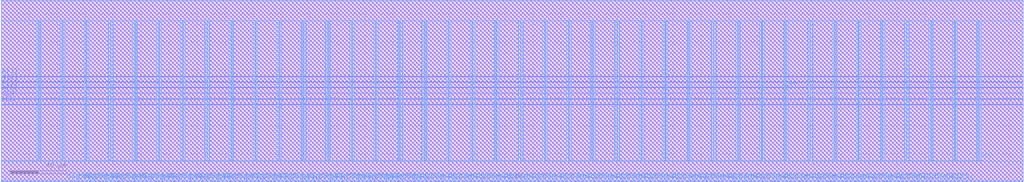
<source format=lef>
##
## LEF for PtnCells ;
## created by Innovus v15.23-s045_1 on Sat Mar 22 07:34:55 2025
##

VERSION 5.8 ;

BUSBITCHARS "[]" ;
DIVIDERCHAR "/" ;

MACRO sram_w16_out
  CLASS BLOCK ;
  SIZE 730.0000 BY 130.0000 ;
  FOREIGN sram_w16_out 0.0000 0.0000 ;
  ORIGIN 0 0 ;
  SYMMETRY X Y R90 ;
  PIN clk
    DIRECTION INPUT ;
    USE SIGNAL ;
    PORT
      LAYER M2 ;
        RECT 363.0500 0.0000 363.1500 0.5200 ;
    END
  END clk
  PIN D[159]
    DIRECTION INPUT ;
    USE SIGNAL ;
    PORT
      LAYER M4 ;
        RECT 46.8500 0.0000 46.9500 0.5200 ;
    END
  END D[159]
  PIN D[158]
    DIRECTION INPUT ;
    USE SIGNAL ;
    PORT
      LAYER M4 ;
        RECT 50.8500 0.0000 50.9500 0.5200 ;
    END
  END D[158]
  PIN D[157]
    DIRECTION INPUT ;
    USE SIGNAL ;
    PORT
      LAYER M4 ;
        RECT 54.8500 0.0000 54.9500 0.5200 ;
    END
  END D[157]
  PIN D[156]
    DIRECTION INPUT ;
    USE SIGNAL ;
    PORT
      LAYER M4 ;
        RECT 58.8500 0.0000 58.9500 0.5200 ;
    END
  END D[156]
  PIN D[155]
    DIRECTION INPUT ;
    USE SIGNAL ;
    PORT
      LAYER M4 ;
        RECT 62.8500 0.0000 62.9500 0.5200 ;
    END
  END D[155]
  PIN D[154]
    DIRECTION INPUT ;
    USE SIGNAL ;
    PORT
      LAYER M4 ;
        RECT 66.8500 0.0000 66.9500 0.5200 ;
    END
  END D[154]
  PIN D[153]
    DIRECTION INPUT ;
    USE SIGNAL ;
    PORT
      LAYER M4 ;
        RECT 70.8500 0.0000 70.9500 0.5200 ;
    END
  END D[153]
  PIN D[152]
    DIRECTION INPUT ;
    USE SIGNAL ;
    PORT
      LAYER M4 ;
        RECT 74.8500 0.0000 74.9500 0.5200 ;
    END
  END D[152]
  PIN D[151]
    DIRECTION INPUT ;
    USE SIGNAL ;
    PORT
      LAYER M4 ;
        RECT 78.8500 0.0000 78.9500 0.5200 ;
    END
  END D[151]
  PIN D[150]
    DIRECTION INPUT ;
    USE SIGNAL ;
    PORT
      LAYER M4 ;
        RECT 82.8500 0.0000 82.9500 0.5200 ;
    END
  END D[150]
  PIN D[149]
    DIRECTION INPUT ;
    USE SIGNAL ;
    PORT
      LAYER M4 ;
        RECT 86.8500 0.0000 86.9500 0.5200 ;
    END
  END D[149]
  PIN D[148]
    DIRECTION INPUT ;
    USE SIGNAL ;
    PORT
      LAYER M4 ;
        RECT 90.8500 0.0000 90.9500 0.5200 ;
    END
  END D[148]
  PIN D[147]
    DIRECTION INPUT ;
    USE SIGNAL ;
    PORT
      LAYER M4 ;
        RECT 94.8500 0.0000 94.9500 0.5200 ;
    END
  END D[147]
  PIN D[146]
    DIRECTION INPUT ;
    USE SIGNAL ;
    PORT
      LAYER M4 ;
        RECT 98.8500 0.0000 98.9500 0.5200 ;
    END
  END D[146]
  PIN D[145]
    DIRECTION INPUT ;
    USE SIGNAL ;
    PORT
      LAYER M4 ;
        RECT 102.8500 0.0000 102.9500 0.5200 ;
    END
  END D[145]
  PIN D[144]
    DIRECTION INPUT ;
    USE SIGNAL ;
    PORT
      LAYER M4 ;
        RECT 106.8500 0.0000 106.9500 0.5200 ;
    END
  END D[144]
  PIN D[143]
    DIRECTION INPUT ;
    USE SIGNAL ;
    PORT
      LAYER M4 ;
        RECT 110.8500 0.0000 110.9500 0.5200 ;
    END
  END D[143]
  PIN D[142]
    DIRECTION INPUT ;
    USE SIGNAL ;
    PORT
      LAYER M4 ;
        RECT 114.8500 0.0000 114.9500 0.5200 ;
    END
  END D[142]
  PIN D[141]
    DIRECTION INPUT ;
    USE SIGNAL ;
    PORT
      LAYER M4 ;
        RECT 118.8500 0.0000 118.9500 0.5200 ;
    END
  END D[141]
  PIN D[140]
    DIRECTION INPUT ;
    USE SIGNAL ;
    PORT
      LAYER M4 ;
        RECT 122.8500 0.0000 122.9500 0.5200 ;
    END
  END D[140]
  PIN D[139]
    DIRECTION INPUT ;
    USE SIGNAL ;
    PORT
      LAYER M4 ;
        RECT 126.8500 0.0000 126.9500 0.5200 ;
    END
  END D[139]
  PIN D[138]
    DIRECTION INPUT ;
    USE SIGNAL ;
    PORT
      LAYER M4 ;
        RECT 130.8500 0.0000 130.9500 0.5200 ;
    END
  END D[138]
  PIN D[137]
    DIRECTION INPUT ;
    USE SIGNAL ;
    PORT
      LAYER M4 ;
        RECT 134.8500 0.0000 134.9500 0.5200 ;
    END
  END D[137]
  PIN D[136]
    DIRECTION INPUT ;
    USE SIGNAL ;
    PORT
      LAYER M4 ;
        RECT 138.8500 0.0000 138.9500 0.5200 ;
    END
  END D[136]
  PIN D[135]
    DIRECTION INPUT ;
    USE SIGNAL ;
    PORT
      LAYER M4 ;
        RECT 142.8500 0.0000 142.9500 0.5200 ;
    END
  END D[135]
  PIN D[134]
    DIRECTION INPUT ;
    USE SIGNAL ;
    PORT
      LAYER M4 ;
        RECT 146.8500 0.0000 146.9500 0.5200 ;
    END
  END D[134]
  PIN D[133]
    DIRECTION INPUT ;
    USE SIGNAL ;
    PORT
      LAYER M4 ;
        RECT 150.8500 0.0000 150.9500 0.5200 ;
    END
  END D[133]
  PIN D[132]
    DIRECTION INPUT ;
    USE SIGNAL ;
    PORT
      LAYER M4 ;
        RECT 154.8500 0.0000 154.9500 0.5200 ;
    END
  END D[132]
  PIN D[131]
    DIRECTION INPUT ;
    USE SIGNAL ;
    PORT
      LAYER M4 ;
        RECT 158.8500 0.0000 158.9500 0.5200 ;
    END
  END D[131]
  PIN D[130]
    DIRECTION INPUT ;
    USE SIGNAL ;
    PORT
      LAYER M4 ;
        RECT 162.8500 0.0000 162.9500 0.5200 ;
    END
  END D[130]
  PIN D[129]
    DIRECTION INPUT ;
    USE SIGNAL ;
    PORT
      LAYER M4 ;
        RECT 166.8500 0.0000 166.9500 0.5200 ;
    END
  END D[129]
  PIN D[128]
    DIRECTION INPUT ;
    USE SIGNAL ;
    PORT
      LAYER M4 ;
        RECT 170.8500 0.0000 170.9500 0.5200 ;
    END
  END D[128]
  PIN D[127]
    DIRECTION INPUT ;
    USE SIGNAL ;
    PORT
      LAYER M4 ;
        RECT 174.8500 0.0000 174.9500 0.5200 ;
    END
  END D[127]
  PIN D[126]
    DIRECTION INPUT ;
    USE SIGNAL ;
    PORT
      LAYER M4 ;
        RECT 178.8500 0.0000 178.9500 0.5200 ;
    END
  END D[126]
  PIN D[125]
    DIRECTION INPUT ;
    USE SIGNAL ;
    PORT
      LAYER M4 ;
        RECT 182.8500 0.0000 182.9500 0.5200 ;
    END
  END D[125]
  PIN D[124]
    DIRECTION INPUT ;
    USE SIGNAL ;
    PORT
      LAYER M4 ;
        RECT 186.8500 0.0000 186.9500 0.5200 ;
    END
  END D[124]
  PIN D[123]
    DIRECTION INPUT ;
    USE SIGNAL ;
    PORT
      LAYER M4 ;
        RECT 190.8500 0.0000 190.9500 0.5200 ;
    END
  END D[123]
  PIN D[122]
    DIRECTION INPUT ;
    USE SIGNAL ;
    PORT
      LAYER M4 ;
        RECT 194.8500 0.0000 194.9500 0.5200 ;
    END
  END D[122]
  PIN D[121]
    DIRECTION INPUT ;
    USE SIGNAL ;
    PORT
      LAYER M4 ;
        RECT 198.8500 0.0000 198.9500 0.5200 ;
    END
  END D[121]
  PIN D[120]
    DIRECTION INPUT ;
    USE SIGNAL ;
    PORT
      LAYER M4 ;
        RECT 202.8500 0.0000 202.9500 0.5200 ;
    END
  END D[120]
  PIN D[119]
    DIRECTION INPUT ;
    USE SIGNAL ;
    PORT
      LAYER M4 ;
        RECT 206.8500 0.0000 206.9500 0.5200 ;
    END
  END D[119]
  PIN D[118]
    DIRECTION INPUT ;
    USE SIGNAL ;
    PORT
      LAYER M4 ;
        RECT 210.8500 0.0000 210.9500 0.5200 ;
    END
  END D[118]
  PIN D[117]
    DIRECTION INPUT ;
    USE SIGNAL ;
    PORT
      LAYER M4 ;
        RECT 214.8500 0.0000 214.9500 0.5200 ;
    END
  END D[117]
  PIN D[116]
    DIRECTION INPUT ;
    USE SIGNAL ;
    PORT
      LAYER M4 ;
        RECT 218.8500 0.0000 218.9500 0.5200 ;
    END
  END D[116]
  PIN D[115]
    DIRECTION INPUT ;
    USE SIGNAL ;
    PORT
      LAYER M4 ;
        RECT 222.8500 0.0000 222.9500 0.5200 ;
    END
  END D[115]
  PIN D[114]
    DIRECTION INPUT ;
    USE SIGNAL ;
    PORT
      LAYER M4 ;
        RECT 226.8500 0.0000 226.9500 0.5200 ;
    END
  END D[114]
  PIN D[113]
    DIRECTION INPUT ;
    USE SIGNAL ;
    PORT
      LAYER M4 ;
        RECT 230.8500 0.0000 230.9500 0.5200 ;
    END
  END D[113]
  PIN D[112]
    DIRECTION INPUT ;
    USE SIGNAL ;
    PORT
      LAYER M4 ;
        RECT 234.8500 0.0000 234.9500 0.5200 ;
    END
  END D[112]
  PIN D[111]
    DIRECTION INPUT ;
    USE SIGNAL ;
    PORT
      LAYER M4 ;
        RECT 238.8500 0.0000 238.9500 0.5200 ;
    END
  END D[111]
  PIN D[110]
    DIRECTION INPUT ;
    USE SIGNAL ;
    PORT
      LAYER M4 ;
        RECT 242.8500 0.0000 242.9500 0.5200 ;
    END
  END D[110]
  PIN D[109]
    DIRECTION INPUT ;
    USE SIGNAL ;
    PORT
      LAYER M4 ;
        RECT 246.8500 0.0000 246.9500 0.5200 ;
    END
  END D[109]
  PIN D[108]
    DIRECTION INPUT ;
    USE SIGNAL ;
    PORT
      LAYER M4 ;
        RECT 250.8500 0.0000 250.9500 0.5200 ;
    END
  END D[108]
  PIN D[107]
    DIRECTION INPUT ;
    USE SIGNAL ;
    PORT
      LAYER M4 ;
        RECT 254.8500 0.0000 254.9500 0.5200 ;
    END
  END D[107]
  PIN D[106]
    DIRECTION INPUT ;
    USE SIGNAL ;
    PORT
      LAYER M4 ;
        RECT 258.8500 0.0000 258.9500 0.5200 ;
    END
  END D[106]
  PIN D[105]
    DIRECTION INPUT ;
    USE SIGNAL ;
    PORT
      LAYER M4 ;
        RECT 262.8500 0.0000 262.9500 0.5200 ;
    END
  END D[105]
  PIN D[104]
    DIRECTION INPUT ;
    USE SIGNAL ;
    PORT
      LAYER M4 ;
        RECT 266.8500 0.0000 266.9500 0.5200 ;
    END
  END D[104]
  PIN D[103]
    DIRECTION INPUT ;
    USE SIGNAL ;
    PORT
      LAYER M4 ;
        RECT 270.8500 0.0000 270.9500 0.5200 ;
    END
  END D[103]
  PIN D[102]
    DIRECTION INPUT ;
    USE SIGNAL ;
    PORT
      LAYER M4 ;
        RECT 274.8500 0.0000 274.9500 0.5200 ;
    END
  END D[102]
  PIN D[101]
    DIRECTION INPUT ;
    USE SIGNAL ;
    PORT
      LAYER M4 ;
        RECT 278.8500 0.0000 278.9500 0.5200 ;
    END
  END D[101]
  PIN D[100]
    DIRECTION INPUT ;
    USE SIGNAL ;
    PORT
      LAYER M4 ;
        RECT 282.8500 0.0000 282.9500 0.5200 ;
    END
  END D[100]
  PIN D[99]
    DIRECTION INPUT ;
    USE SIGNAL ;
    PORT
      LAYER M4 ;
        RECT 286.8500 0.0000 286.9500 0.5200 ;
    END
  END D[99]
  PIN D[98]
    DIRECTION INPUT ;
    USE SIGNAL ;
    PORT
      LAYER M4 ;
        RECT 290.8500 0.0000 290.9500 0.5200 ;
    END
  END D[98]
  PIN D[97]
    DIRECTION INPUT ;
    USE SIGNAL ;
    PORT
      LAYER M4 ;
        RECT 294.8500 0.0000 294.9500 0.5200 ;
    END
  END D[97]
  PIN D[96]
    DIRECTION INPUT ;
    USE SIGNAL ;
    PORT
      LAYER M4 ;
        RECT 298.8500 0.0000 298.9500 0.5200 ;
    END
  END D[96]
  PIN D[95]
    DIRECTION INPUT ;
    USE SIGNAL ;
    PORT
      LAYER M4 ;
        RECT 302.8500 0.0000 302.9500 0.5200 ;
    END
  END D[95]
  PIN D[94]
    DIRECTION INPUT ;
    USE SIGNAL ;
    PORT
      LAYER M4 ;
        RECT 306.8500 0.0000 306.9500 0.5200 ;
    END
  END D[94]
  PIN D[93]
    DIRECTION INPUT ;
    USE SIGNAL ;
    PORT
      LAYER M4 ;
        RECT 310.8500 0.0000 310.9500 0.5200 ;
    END
  END D[93]
  PIN D[92]
    DIRECTION INPUT ;
    USE SIGNAL ;
    PORT
      LAYER M4 ;
        RECT 314.8500 0.0000 314.9500 0.5200 ;
    END
  END D[92]
  PIN D[91]
    DIRECTION INPUT ;
    USE SIGNAL ;
    PORT
      LAYER M4 ;
        RECT 318.8500 0.0000 318.9500 0.5200 ;
    END
  END D[91]
  PIN D[90]
    DIRECTION INPUT ;
    USE SIGNAL ;
    PORT
      LAYER M4 ;
        RECT 322.8500 0.0000 322.9500 0.5200 ;
    END
  END D[90]
  PIN D[89]
    DIRECTION INPUT ;
    USE SIGNAL ;
    PORT
      LAYER M4 ;
        RECT 326.8500 0.0000 326.9500 0.5200 ;
    END
  END D[89]
  PIN D[88]
    DIRECTION INPUT ;
    USE SIGNAL ;
    PORT
      LAYER M4 ;
        RECT 330.8500 0.0000 330.9500 0.5200 ;
    END
  END D[88]
  PIN D[87]
    DIRECTION INPUT ;
    USE SIGNAL ;
    PORT
      LAYER M4 ;
        RECT 334.8500 0.0000 334.9500 0.5200 ;
    END
  END D[87]
  PIN D[86]
    DIRECTION INPUT ;
    USE SIGNAL ;
    PORT
      LAYER M4 ;
        RECT 338.8500 0.0000 338.9500 0.5200 ;
    END
  END D[86]
  PIN D[85]
    DIRECTION INPUT ;
    USE SIGNAL ;
    PORT
      LAYER M4 ;
        RECT 342.8500 0.0000 342.9500 0.5200 ;
    END
  END D[85]
  PIN D[84]
    DIRECTION INPUT ;
    USE SIGNAL ;
    PORT
      LAYER M4 ;
        RECT 346.8500 0.0000 346.9500 0.5200 ;
    END
  END D[84]
  PIN D[83]
    DIRECTION INPUT ;
    USE SIGNAL ;
    PORT
      LAYER M4 ;
        RECT 350.8500 0.0000 350.9500 0.5200 ;
    END
  END D[83]
  PIN D[82]
    DIRECTION INPUT ;
    USE SIGNAL ;
    PORT
      LAYER M4 ;
        RECT 354.8500 0.0000 354.9500 0.5200 ;
    END
  END D[82]
  PIN D[81]
    DIRECTION INPUT ;
    USE SIGNAL ;
    PORT
      LAYER M4 ;
        RECT 358.8500 0.0000 358.9500 0.5200 ;
    END
  END D[81]
  PIN D[80]
    DIRECTION INPUT ;
    USE SIGNAL ;
    PORT
      LAYER M4 ;
        RECT 362.8500 0.0000 362.9500 0.5200 ;
    END
  END D[80]
  PIN D[79]
    DIRECTION INPUT ;
    USE SIGNAL ;
    PORT
      LAYER M4 ;
        RECT 366.8500 0.0000 366.9500 0.5200 ;
    END
  END D[79]
  PIN D[78]
    DIRECTION INPUT ;
    USE SIGNAL ;
    PORT
      LAYER M4 ;
        RECT 370.8500 0.0000 370.9500 0.5200 ;
    END
  END D[78]
  PIN D[77]
    DIRECTION INPUT ;
    USE SIGNAL ;
    PORT
      LAYER M4 ;
        RECT 374.8500 0.0000 374.9500 0.5200 ;
    END
  END D[77]
  PIN D[76]
    DIRECTION INPUT ;
    USE SIGNAL ;
    PORT
      LAYER M4 ;
        RECT 378.8500 0.0000 378.9500 0.5200 ;
    END
  END D[76]
  PIN D[75]
    DIRECTION INPUT ;
    USE SIGNAL ;
    PORT
      LAYER M4 ;
        RECT 382.8500 0.0000 382.9500 0.5200 ;
    END
  END D[75]
  PIN D[74]
    DIRECTION INPUT ;
    USE SIGNAL ;
    PORT
      LAYER M4 ;
        RECT 386.8500 0.0000 386.9500 0.5200 ;
    END
  END D[74]
  PIN D[73]
    DIRECTION INPUT ;
    USE SIGNAL ;
    PORT
      LAYER M4 ;
        RECT 390.8500 0.0000 390.9500 0.5200 ;
    END
  END D[73]
  PIN D[72]
    DIRECTION INPUT ;
    USE SIGNAL ;
    PORT
      LAYER M4 ;
        RECT 394.8500 0.0000 394.9500 0.5200 ;
    END
  END D[72]
  PIN D[71]
    DIRECTION INPUT ;
    USE SIGNAL ;
    PORT
      LAYER M4 ;
        RECT 398.8500 0.0000 398.9500 0.5200 ;
    END
  END D[71]
  PIN D[70]
    DIRECTION INPUT ;
    USE SIGNAL ;
    PORT
      LAYER M4 ;
        RECT 402.8500 0.0000 402.9500 0.5200 ;
    END
  END D[70]
  PIN D[69]
    DIRECTION INPUT ;
    USE SIGNAL ;
    PORT
      LAYER M4 ;
        RECT 406.8500 0.0000 406.9500 0.5200 ;
    END
  END D[69]
  PIN D[68]
    DIRECTION INPUT ;
    USE SIGNAL ;
    PORT
      LAYER M4 ;
        RECT 410.8500 0.0000 410.9500 0.5200 ;
    END
  END D[68]
  PIN D[67]
    DIRECTION INPUT ;
    USE SIGNAL ;
    PORT
      LAYER M4 ;
        RECT 414.8500 0.0000 414.9500 0.5200 ;
    END
  END D[67]
  PIN D[66]
    DIRECTION INPUT ;
    USE SIGNAL ;
    PORT
      LAYER M4 ;
        RECT 418.8500 0.0000 418.9500 0.5200 ;
    END
  END D[66]
  PIN D[65]
    DIRECTION INPUT ;
    USE SIGNAL ;
    PORT
      LAYER M4 ;
        RECT 422.8500 0.0000 422.9500 0.5200 ;
    END
  END D[65]
  PIN D[64]
    DIRECTION INPUT ;
    USE SIGNAL ;
    PORT
      LAYER M4 ;
        RECT 426.8500 0.0000 426.9500 0.5200 ;
    END
  END D[64]
  PIN D[63]
    DIRECTION INPUT ;
    USE SIGNAL ;
    PORT
      LAYER M4 ;
        RECT 430.8500 0.0000 430.9500 0.5200 ;
    END
  END D[63]
  PIN D[62]
    DIRECTION INPUT ;
    USE SIGNAL ;
    PORT
      LAYER M4 ;
        RECT 434.8500 0.0000 434.9500 0.5200 ;
    END
  END D[62]
  PIN D[61]
    DIRECTION INPUT ;
    USE SIGNAL ;
    PORT
      LAYER M4 ;
        RECT 438.8500 0.0000 438.9500 0.5200 ;
    END
  END D[61]
  PIN D[60]
    DIRECTION INPUT ;
    USE SIGNAL ;
    PORT
      LAYER M4 ;
        RECT 442.8500 0.0000 442.9500 0.5200 ;
    END
  END D[60]
  PIN D[59]
    DIRECTION INPUT ;
    USE SIGNAL ;
    PORT
      LAYER M4 ;
        RECT 446.8500 0.0000 446.9500 0.5200 ;
    END
  END D[59]
  PIN D[58]
    DIRECTION INPUT ;
    USE SIGNAL ;
    PORT
      LAYER M4 ;
        RECT 450.8500 0.0000 450.9500 0.5200 ;
    END
  END D[58]
  PIN D[57]
    DIRECTION INPUT ;
    USE SIGNAL ;
    PORT
      LAYER M4 ;
        RECT 454.8500 0.0000 454.9500 0.5200 ;
    END
  END D[57]
  PIN D[56]
    DIRECTION INPUT ;
    USE SIGNAL ;
    PORT
      LAYER M4 ;
        RECT 458.8500 0.0000 458.9500 0.5200 ;
    END
  END D[56]
  PIN D[55]
    DIRECTION INPUT ;
    USE SIGNAL ;
    PORT
      LAYER M4 ;
        RECT 462.8500 0.0000 462.9500 0.5200 ;
    END
  END D[55]
  PIN D[54]
    DIRECTION INPUT ;
    USE SIGNAL ;
    PORT
      LAYER M4 ;
        RECT 466.8500 0.0000 466.9500 0.5200 ;
    END
  END D[54]
  PIN D[53]
    DIRECTION INPUT ;
    USE SIGNAL ;
    PORT
      LAYER M4 ;
        RECT 470.8500 0.0000 470.9500 0.5200 ;
    END
  END D[53]
  PIN D[52]
    DIRECTION INPUT ;
    USE SIGNAL ;
    PORT
      LAYER M4 ;
        RECT 474.8500 0.0000 474.9500 0.5200 ;
    END
  END D[52]
  PIN D[51]
    DIRECTION INPUT ;
    USE SIGNAL ;
    PORT
      LAYER M4 ;
        RECT 478.8500 0.0000 478.9500 0.5200 ;
    END
  END D[51]
  PIN D[50]
    DIRECTION INPUT ;
    USE SIGNAL ;
    PORT
      LAYER M4 ;
        RECT 482.8500 0.0000 482.9500 0.5200 ;
    END
  END D[50]
  PIN D[49]
    DIRECTION INPUT ;
    USE SIGNAL ;
    PORT
      LAYER M4 ;
        RECT 486.8500 0.0000 486.9500 0.5200 ;
    END
  END D[49]
  PIN D[48]
    DIRECTION INPUT ;
    USE SIGNAL ;
    PORT
      LAYER M4 ;
        RECT 490.8500 0.0000 490.9500 0.5200 ;
    END
  END D[48]
  PIN D[47]
    DIRECTION INPUT ;
    USE SIGNAL ;
    PORT
      LAYER M4 ;
        RECT 494.8500 0.0000 494.9500 0.5200 ;
    END
  END D[47]
  PIN D[46]
    DIRECTION INPUT ;
    USE SIGNAL ;
    PORT
      LAYER M4 ;
        RECT 498.8500 0.0000 498.9500 0.5200 ;
    END
  END D[46]
  PIN D[45]
    DIRECTION INPUT ;
    USE SIGNAL ;
    PORT
      LAYER M4 ;
        RECT 502.8500 0.0000 502.9500 0.5200 ;
    END
  END D[45]
  PIN D[44]
    DIRECTION INPUT ;
    USE SIGNAL ;
    PORT
      LAYER M4 ;
        RECT 506.8500 0.0000 506.9500 0.5200 ;
    END
  END D[44]
  PIN D[43]
    DIRECTION INPUT ;
    USE SIGNAL ;
    PORT
      LAYER M4 ;
        RECT 510.8500 0.0000 510.9500 0.5200 ;
    END
  END D[43]
  PIN D[42]
    DIRECTION INPUT ;
    USE SIGNAL ;
    PORT
      LAYER M4 ;
        RECT 514.8500 0.0000 514.9500 0.5200 ;
    END
  END D[42]
  PIN D[41]
    DIRECTION INPUT ;
    USE SIGNAL ;
    PORT
      LAYER M4 ;
        RECT 518.8500 0.0000 518.9500 0.5200 ;
    END
  END D[41]
  PIN D[40]
    DIRECTION INPUT ;
    USE SIGNAL ;
    PORT
      LAYER M4 ;
        RECT 522.8500 0.0000 522.9500 0.5200 ;
    END
  END D[40]
  PIN D[39]
    DIRECTION INPUT ;
    USE SIGNAL ;
    PORT
      LAYER M4 ;
        RECT 526.8500 0.0000 526.9500 0.5200 ;
    END
  END D[39]
  PIN D[38]
    DIRECTION INPUT ;
    USE SIGNAL ;
    PORT
      LAYER M4 ;
        RECT 530.8500 0.0000 530.9500 0.5200 ;
    END
  END D[38]
  PIN D[37]
    DIRECTION INPUT ;
    USE SIGNAL ;
    PORT
      LAYER M4 ;
        RECT 534.8500 0.0000 534.9500 0.5200 ;
    END
  END D[37]
  PIN D[36]
    DIRECTION INPUT ;
    USE SIGNAL ;
    PORT
      LAYER M4 ;
        RECT 538.8500 0.0000 538.9500 0.5200 ;
    END
  END D[36]
  PIN D[35]
    DIRECTION INPUT ;
    USE SIGNAL ;
    PORT
      LAYER M4 ;
        RECT 542.8500 0.0000 542.9500 0.5200 ;
    END
  END D[35]
  PIN D[34]
    DIRECTION INPUT ;
    USE SIGNAL ;
    PORT
      LAYER M4 ;
        RECT 546.8500 0.0000 546.9500 0.5200 ;
    END
  END D[34]
  PIN D[33]
    DIRECTION INPUT ;
    USE SIGNAL ;
    PORT
      LAYER M4 ;
        RECT 550.8500 0.0000 550.9500 0.5200 ;
    END
  END D[33]
  PIN D[32]
    DIRECTION INPUT ;
    USE SIGNAL ;
    PORT
      LAYER M4 ;
        RECT 554.8500 0.0000 554.9500 0.5200 ;
    END
  END D[32]
  PIN D[31]
    DIRECTION INPUT ;
    USE SIGNAL ;
    PORT
      LAYER M4 ;
        RECT 558.8500 0.0000 558.9500 0.5200 ;
    END
  END D[31]
  PIN D[30]
    DIRECTION INPUT ;
    USE SIGNAL ;
    PORT
      LAYER M4 ;
        RECT 562.8500 0.0000 562.9500 0.5200 ;
    END
  END D[30]
  PIN D[29]
    DIRECTION INPUT ;
    USE SIGNAL ;
    PORT
      LAYER M4 ;
        RECT 566.8500 0.0000 566.9500 0.5200 ;
    END
  END D[29]
  PIN D[28]
    DIRECTION INPUT ;
    USE SIGNAL ;
    PORT
      LAYER M4 ;
        RECT 570.8500 0.0000 570.9500 0.5200 ;
    END
  END D[28]
  PIN D[27]
    DIRECTION INPUT ;
    USE SIGNAL ;
    PORT
      LAYER M4 ;
        RECT 574.8500 0.0000 574.9500 0.5200 ;
    END
  END D[27]
  PIN D[26]
    DIRECTION INPUT ;
    USE SIGNAL ;
    PORT
      LAYER M4 ;
        RECT 578.8500 0.0000 578.9500 0.5200 ;
    END
  END D[26]
  PIN D[25]
    DIRECTION INPUT ;
    USE SIGNAL ;
    PORT
      LAYER M4 ;
        RECT 582.8500 0.0000 582.9500 0.5200 ;
    END
  END D[25]
  PIN D[24]
    DIRECTION INPUT ;
    USE SIGNAL ;
    PORT
      LAYER M4 ;
        RECT 586.8500 0.0000 586.9500 0.5200 ;
    END
  END D[24]
  PIN D[23]
    DIRECTION INPUT ;
    USE SIGNAL ;
    PORT
      LAYER M4 ;
        RECT 590.8500 0.0000 590.9500 0.5200 ;
    END
  END D[23]
  PIN D[22]
    DIRECTION INPUT ;
    USE SIGNAL ;
    PORT
      LAYER M4 ;
        RECT 594.8500 0.0000 594.9500 0.5200 ;
    END
  END D[22]
  PIN D[21]
    DIRECTION INPUT ;
    USE SIGNAL ;
    PORT
      LAYER M4 ;
        RECT 598.8500 0.0000 598.9500 0.5200 ;
    END
  END D[21]
  PIN D[20]
    DIRECTION INPUT ;
    USE SIGNAL ;
    PORT
      LAYER M4 ;
        RECT 602.8500 0.0000 602.9500 0.5200 ;
    END
  END D[20]
  PIN D[19]
    DIRECTION INPUT ;
    USE SIGNAL ;
    PORT
      LAYER M4 ;
        RECT 606.8500 0.0000 606.9500 0.5200 ;
    END
  END D[19]
  PIN D[18]
    DIRECTION INPUT ;
    USE SIGNAL ;
    PORT
      LAYER M4 ;
        RECT 610.8500 0.0000 610.9500 0.5200 ;
    END
  END D[18]
  PIN D[17]
    DIRECTION INPUT ;
    USE SIGNAL ;
    PORT
      LAYER M4 ;
        RECT 614.8500 0.0000 614.9500 0.5200 ;
    END
  END D[17]
  PIN D[16]
    DIRECTION INPUT ;
    USE SIGNAL ;
    PORT
      LAYER M4 ;
        RECT 618.8500 0.0000 618.9500 0.5200 ;
    END
  END D[16]
  PIN D[15]
    DIRECTION INPUT ;
    USE SIGNAL ;
    PORT
      LAYER M4 ;
        RECT 622.8500 0.0000 622.9500 0.5200 ;
    END
  END D[15]
  PIN D[14]
    DIRECTION INPUT ;
    USE SIGNAL ;
    PORT
      LAYER M4 ;
        RECT 626.8500 0.0000 626.9500 0.5200 ;
    END
  END D[14]
  PIN D[13]
    DIRECTION INPUT ;
    USE SIGNAL ;
    PORT
      LAYER M4 ;
        RECT 630.8500 0.0000 630.9500 0.5200 ;
    END
  END D[13]
  PIN D[12]
    DIRECTION INPUT ;
    USE SIGNAL ;
    PORT
      LAYER M4 ;
        RECT 634.8500 0.0000 634.9500 0.5200 ;
    END
  END D[12]
  PIN D[11]
    DIRECTION INPUT ;
    USE SIGNAL ;
    PORT
      LAYER M4 ;
        RECT 638.8500 0.0000 638.9500 0.5200 ;
    END
  END D[11]
  PIN D[10]
    DIRECTION INPUT ;
    USE SIGNAL ;
    PORT
      LAYER M4 ;
        RECT 642.8500 0.0000 642.9500 0.5200 ;
    END
  END D[10]
  PIN D[9]
    DIRECTION INPUT ;
    USE SIGNAL ;
    PORT
      LAYER M4 ;
        RECT 646.8500 0.0000 646.9500 0.5200 ;
    END
  END D[9]
  PIN D[8]
    DIRECTION INPUT ;
    USE SIGNAL ;
    PORT
      LAYER M4 ;
        RECT 650.8500 0.0000 650.9500 0.5200 ;
    END
  END D[8]
  PIN D[7]
    DIRECTION INPUT ;
    USE SIGNAL ;
    PORT
      LAYER M4 ;
        RECT 654.8500 0.0000 654.9500 0.5200 ;
    END
  END D[7]
  PIN D[6]
    DIRECTION INPUT ;
    USE SIGNAL ;
    PORT
      LAYER M4 ;
        RECT 658.8500 0.0000 658.9500 0.5200 ;
    END
  END D[6]
  PIN D[5]
    DIRECTION INPUT ;
    USE SIGNAL ;
    PORT
      LAYER M4 ;
        RECT 662.8500 0.0000 662.9500 0.5200 ;
    END
  END D[5]
  PIN D[4]
    DIRECTION INPUT ;
    USE SIGNAL ;
    PORT
      LAYER M4 ;
        RECT 666.8500 0.0000 666.9500 0.5200 ;
    END
  END D[4]
  PIN D[3]
    DIRECTION INPUT ;
    USE SIGNAL ;
    PORT
      LAYER M4 ;
        RECT 670.8500 0.0000 670.9500 0.5200 ;
    END
  END D[3]
  PIN D[2]
    DIRECTION INPUT ;
    USE SIGNAL ;
    PORT
      LAYER M4 ;
        RECT 674.8500 0.0000 674.9500 0.5200 ;
    END
  END D[2]
  PIN D[1]
    DIRECTION INPUT ;
    USE SIGNAL ;
    PORT
      LAYER M4 ;
        RECT 678.8500 0.0000 678.9500 0.5200 ;
    END
  END D[1]
  PIN D[0]
    DIRECTION INPUT ;
    USE SIGNAL ;
    PORT
      LAYER M4 ;
        RECT 682.8500 0.0000 682.9500 0.5200 ;
    END
  END D[0]
  PIN Q[159]
    DIRECTION OUTPUT ;
    USE SIGNAL ;
    PORT
      LAYER M4 ;
        RECT 46.8500 129.4800 46.9500 130.0000 ;
    END
  END Q[159]
  PIN Q[158]
    DIRECTION OUTPUT ;
    USE SIGNAL ;
    PORT
      LAYER M4 ;
        RECT 50.8500 129.4800 50.9500 130.0000 ;
    END
  END Q[158]
  PIN Q[157]
    DIRECTION OUTPUT ;
    USE SIGNAL ;
    PORT
      LAYER M4 ;
        RECT 54.8500 129.4800 54.9500 130.0000 ;
    END
  END Q[157]
  PIN Q[156]
    DIRECTION OUTPUT ;
    USE SIGNAL ;
    PORT
      LAYER M4 ;
        RECT 58.8500 129.4800 58.9500 130.0000 ;
    END
  END Q[156]
  PIN Q[155]
    DIRECTION OUTPUT ;
    USE SIGNAL ;
    PORT
      LAYER M4 ;
        RECT 62.8500 129.4800 62.9500 130.0000 ;
    END
  END Q[155]
  PIN Q[154]
    DIRECTION OUTPUT ;
    USE SIGNAL ;
    PORT
      LAYER M4 ;
        RECT 66.8500 129.4800 66.9500 130.0000 ;
    END
  END Q[154]
  PIN Q[153]
    DIRECTION OUTPUT ;
    USE SIGNAL ;
    PORT
      LAYER M4 ;
        RECT 70.8500 129.4800 70.9500 130.0000 ;
    END
  END Q[153]
  PIN Q[152]
    DIRECTION OUTPUT ;
    USE SIGNAL ;
    PORT
      LAYER M4 ;
        RECT 74.8500 129.4800 74.9500 130.0000 ;
    END
  END Q[152]
  PIN Q[151]
    DIRECTION OUTPUT ;
    USE SIGNAL ;
    PORT
      LAYER M4 ;
        RECT 78.8500 129.4800 78.9500 130.0000 ;
    END
  END Q[151]
  PIN Q[150]
    DIRECTION OUTPUT ;
    USE SIGNAL ;
    PORT
      LAYER M4 ;
        RECT 82.8500 129.4800 82.9500 130.0000 ;
    END
  END Q[150]
  PIN Q[149]
    DIRECTION OUTPUT ;
    USE SIGNAL ;
    PORT
      LAYER M4 ;
        RECT 86.8500 129.4800 86.9500 130.0000 ;
    END
  END Q[149]
  PIN Q[148]
    DIRECTION OUTPUT ;
    USE SIGNAL ;
    PORT
      LAYER M4 ;
        RECT 90.8500 129.4800 90.9500 130.0000 ;
    END
  END Q[148]
  PIN Q[147]
    DIRECTION OUTPUT ;
    USE SIGNAL ;
    PORT
      LAYER M4 ;
        RECT 94.8500 129.4800 94.9500 130.0000 ;
    END
  END Q[147]
  PIN Q[146]
    DIRECTION OUTPUT ;
    USE SIGNAL ;
    PORT
      LAYER M4 ;
        RECT 98.8500 129.4800 98.9500 130.0000 ;
    END
  END Q[146]
  PIN Q[145]
    DIRECTION OUTPUT ;
    USE SIGNAL ;
    PORT
      LAYER M4 ;
        RECT 102.8500 129.4800 102.9500 130.0000 ;
    END
  END Q[145]
  PIN Q[144]
    DIRECTION OUTPUT ;
    USE SIGNAL ;
    PORT
      LAYER M4 ;
        RECT 106.8500 129.4800 106.9500 130.0000 ;
    END
  END Q[144]
  PIN Q[143]
    DIRECTION OUTPUT ;
    USE SIGNAL ;
    PORT
      LAYER M4 ;
        RECT 110.8500 129.4800 110.9500 130.0000 ;
    END
  END Q[143]
  PIN Q[142]
    DIRECTION OUTPUT ;
    USE SIGNAL ;
    PORT
      LAYER M4 ;
        RECT 114.8500 129.4800 114.9500 130.0000 ;
    END
  END Q[142]
  PIN Q[141]
    DIRECTION OUTPUT ;
    USE SIGNAL ;
    PORT
      LAYER M4 ;
        RECT 118.8500 129.4800 118.9500 130.0000 ;
    END
  END Q[141]
  PIN Q[140]
    DIRECTION OUTPUT ;
    USE SIGNAL ;
    PORT
      LAYER M4 ;
        RECT 122.8500 129.4800 122.9500 130.0000 ;
    END
  END Q[140]
  PIN Q[139]
    DIRECTION OUTPUT ;
    USE SIGNAL ;
    PORT
      LAYER M4 ;
        RECT 126.8500 129.4800 126.9500 130.0000 ;
    END
  END Q[139]
  PIN Q[138]
    DIRECTION OUTPUT ;
    USE SIGNAL ;
    PORT
      LAYER M4 ;
        RECT 130.8500 129.4800 130.9500 130.0000 ;
    END
  END Q[138]
  PIN Q[137]
    DIRECTION OUTPUT ;
    USE SIGNAL ;
    PORT
      LAYER M4 ;
        RECT 134.8500 129.4800 134.9500 130.0000 ;
    END
  END Q[137]
  PIN Q[136]
    DIRECTION OUTPUT ;
    USE SIGNAL ;
    PORT
      LAYER M4 ;
        RECT 138.8500 129.4800 138.9500 130.0000 ;
    END
  END Q[136]
  PIN Q[135]
    DIRECTION OUTPUT ;
    USE SIGNAL ;
    PORT
      LAYER M4 ;
        RECT 142.8500 129.4800 142.9500 130.0000 ;
    END
  END Q[135]
  PIN Q[134]
    DIRECTION OUTPUT ;
    USE SIGNAL ;
    PORT
      LAYER M4 ;
        RECT 146.8500 129.4800 146.9500 130.0000 ;
    END
  END Q[134]
  PIN Q[133]
    DIRECTION OUTPUT ;
    USE SIGNAL ;
    PORT
      LAYER M4 ;
        RECT 150.8500 129.4800 150.9500 130.0000 ;
    END
  END Q[133]
  PIN Q[132]
    DIRECTION OUTPUT ;
    USE SIGNAL ;
    PORT
      LAYER M4 ;
        RECT 154.8500 129.4800 154.9500 130.0000 ;
    END
  END Q[132]
  PIN Q[131]
    DIRECTION OUTPUT ;
    USE SIGNAL ;
    PORT
      LAYER M4 ;
        RECT 158.8500 129.4800 158.9500 130.0000 ;
    END
  END Q[131]
  PIN Q[130]
    DIRECTION OUTPUT ;
    USE SIGNAL ;
    PORT
      LAYER M4 ;
        RECT 162.8500 129.4800 162.9500 130.0000 ;
    END
  END Q[130]
  PIN Q[129]
    DIRECTION OUTPUT ;
    USE SIGNAL ;
    PORT
      LAYER M4 ;
        RECT 166.8500 129.4800 166.9500 130.0000 ;
    END
  END Q[129]
  PIN Q[128]
    DIRECTION OUTPUT ;
    USE SIGNAL ;
    PORT
      LAYER M4 ;
        RECT 170.8500 129.4800 170.9500 130.0000 ;
    END
  END Q[128]
  PIN Q[127]
    DIRECTION OUTPUT ;
    USE SIGNAL ;
    PORT
      LAYER M4 ;
        RECT 174.8500 129.4800 174.9500 130.0000 ;
    END
  END Q[127]
  PIN Q[126]
    DIRECTION OUTPUT ;
    USE SIGNAL ;
    PORT
      LAYER M4 ;
        RECT 178.8500 129.4800 178.9500 130.0000 ;
    END
  END Q[126]
  PIN Q[125]
    DIRECTION OUTPUT ;
    USE SIGNAL ;
    PORT
      LAYER M4 ;
        RECT 182.8500 129.4800 182.9500 130.0000 ;
    END
  END Q[125]
  PIN Q[124]
    DIRECTION OUTPUT ;
    USE SIGNAL ;
    PORT
      LAYER M4 ;
        RECT 186.8500 129.4800 186.9500 130.0000 ;
    END
  END Q[124]
  PIN Q[123]
    DIRECTION OUTPUT ;
    USE SIGNAL ;
    PORT
      LAYER M4 ;
        RECT 190.8500 129.4800 190.9500 130.0000 ;
    END
  END Q[123]
  PIN Q[122]
    DIRECTION OUTPUT ;
    USE SIGNAL ;
    PORT
      LAYER M4 ;
        RECT 194.8500 129.4800 194.9500 130.0000 ;
    END
  END Q[122]
  PIN Q[121]
    DIRECTION OUTPUT ;
    USE SIGNAL ;
    PORT
      LAYER M4 ;
        RECT 198.8500 129.4800 198.9500 130.0000 ;
    END
  END Q[121]
  PIN Q[120]
    DIRECTION OUTPUT ;
    USE SIGNAL ;
    PORT
      LAYER M4 ;
        RECT 202.8500 129.4800 202.9500 130.0000 ;
    END
  END Q[120]
  PIN Q[119]
    DIRECTION OUTPUT ;
    USE SIGNAL ;
    PORT
      LAYER M4 ;
        RECT 206.8500 129.4800 206.9500 130.0000 ;
    END
  END Q[119]
  PIN Q[118]
    DIRECTION OUTPUT ;
    USE SIGNAL ;
    PORT
      LAYER M4 ;
        RECT 210.8500 129.4800 210.9500 130.0000 ;
    END
  END Q[118]
  PIN Q[117]
    DIRECTION OUTPUT ;
    USE SIGNAL ;
    PORT
      LAYER M4 ;
        RECT 214.8500 129.4800 214.9500 130.0000 ;
    END
  END Q[117]
  PIN Q[116]
    DIRECTION OUTPUT ;
    USE SIGNAL ;
    PORT
      LAYER M4 ;
        RECT 218.8500 129.4800 218.9500 130.0000 ;
    END
  END Q[116]
  PIN Q[115]
    DIRECTION OUTPUT ;
    USE SIGNAL ;
    PORT
      LAYER M4 ;
        RECT 222.8500 129.4800 222.9500 130.0000 ;
    END
  END Q[115]
  PIN Q[114]
    DIRECTION OUTPUT ;
    USE SIGNAL ;
    PORT
      LAYER M4 ;
        RECT 226.8500 129.4800 226.9500 130.0000 ;
    END
  END Q[114]
  PIN Q[113]
    DIRECTION OUTPUT ;
    USE SIGNAL ;
    PORT
      LAYER M4 ;
        RECT 230.8500 129.4800 230.9500 130.0000 ;
    END
  END Q[113]
  PIN Q[112]
    DIRECTION OUTPUT ;
    USE SIGNAL ;
    PORT
      LAYER M4 ;
        RECT 234.8500 129.4800 234.9500 130.0000 ;
    END
  END Q[112]
  PIN Q[111]
    DIRECTION OUTPUT ;
    USE SIGNAL ;
    PORT
      LAYER M4 ;
        RECT 238.8500 129.4800 238.9500 130.0000 ;
    END
  END Q[111]
  PIN Q[110]
    DIRECTION OUTPUT ;
    USE SIGNAL ;
    PORT
      LAYER M4 ;
        RECT 242.8500 129.4800 242.9500 130.0000 ;
    END
  END Q[110]
  PIN Q[109]
    DIRECTION OUTPUT ;
    USE SIGNAL ;
    PORT
      LAYER M4 ;
        RECT 246.8500 129.4800 246.9500 130.0000 ;
    END
  END Q[109]
  PIN Q[108]
    DIRECTION OUTPUT ;
    USE SIGNAL ;
    PORT
      LAYER M4 ;
        RECT 250.8500 129.4800 250.9500 130.0000 ;
    END
  END Q[108]
  PIN Q[107]
    DIRECTION OUTPUT ;
    USE SIGNAL ;
    PORT
      LAYER M4 ;
        RECT 254.8500 129.4800 254.9500 130.0000 ;
    END
  END Q[107]
  PIN Q[106]
    DIRECTION OUTPUT ;
    USE SIGNAL ;
    PORT
      LAYER M4 ;
        RECT 258.8500 129.4800 258.9500 130.0000 ;
    END
  END Q[106]
  PIN Q[105]
    DIRECTION OUTPUT ;
    USE SIGNAL ;
    PORT
      LAYER M4 ;
        RECT 262.8500 129.4800 262.9500 130.0000 ;
    END
  END Q[105]
  PIN Q[104]
    DIRECTION OUTPUT ;
    USE SIGNAL ;
    PORT
      LAYER M4 ;
        RECT 266.8500 129.4800 266.9500 130.0000 ;
    END
  END Q[104]
  PIN Q[103]
    DIRECTION OUTPUT ;
    USE SIGNAL ;
    PORT
      LAYER M4 ;
        RECT 270.8500 129.4800 270.9500 130.0000 ;
    END
  END Q[103]
  PIN Q[102]
    DIRECTION OUTPUT ;
    USE SIGNAL ;
    PORT
      LAYER M4 ;
        RECT 274.8500 129.4800 274.9500 130.0000 ;
    END
  END Q[102]
  PIN Q[101]
    DIRECTION OUTPUT ;
    USE SIGNAL ;
    PORT
      LAYER M4 ;
        RECT 278.8500 129.4800 278.9500 130.0000 ;
    END
  END Q[101]
  PIN Q[100]
    DIRECTION OUTPUT ;
    USE SIGNAL ;
    PORT
      LAYER M4 ;
        RECT 282.8500 129.4800 282.9500 130.0000 ;
    END
  END Q[100]
  PIN Q[99]
    DIRECTION OUTPUT ;
    USE SIGNAL ;
    PORT
      LAYER M4 ;
        RECT 286.8500 129.4800 286.9500 130.0000 ;
    END
  END Q[99]
  PIN Q[98]
    DIRECTION OUTPUT ;
    USE SIGNAL ;
    PORT
      LAYER M4 ;
        RECT 290.8500 129.4800 290.9500 130.0000 ;
    END
  END Q[98]
  PIN Q[97]
    DIRECTION OUTPUT ;
    USE SIGNAL ;
    PORT
      LAYER M4 ;
        RECT 294.8500 129.4800 294.9500 130.0000 ;
    END
  END Q[97]
  PIN Q[96]
    DIRECTION OUTPUT ;
    USE SIGNAL ;
    PORT
      LAYER M4 ;
        RECT 298.8500 129.4800 298.9500 130.0000 ;
    END
  END Q[96]
  PIN Q[95]
    DIRECTION OUTPUT ;
    USE SIGNAL ;
    PORT
      LAYER M4 ;
        RECT 302.8500 129.4800 302.9500 130.0000 ;
    END
  END Q[95]
  PIN Q[94]
    DIRECTION OUTPUT ;
    USE SIGNAL ;
    PORT
      LAYER M4 ;
        RECT 306.8500 129.4800 306.9500 130.0000 ;
    END
  END Q[94]
  PIN Q[93]
    DIRECTION OUTPUT ;
    USE SIGNAL ;
    PORT
      LAYER M4 ;
        RECT 310.8500 129.4800 310.9500 130.0000 ;
    END
  END Q[93]
  PIN Q[92]
    DIRECTION OUTPUT ;
    USE SIGNAL ;
    PORT
      LAYER M4 ;
        RECT 314.8500 129.4800 314.9500 130.0000 ;
    END
  END Q[92]
  PIN Q[91]
    DIRECTION OUTPUT ;
    USE SIGNAL ;
    PORT
      LAYER M4 ;
        RECT 318.8500 129.4800 318.9500 130.0000 ;
    END
  END Q[91]
  PIN Q[90]
    DIRECTION OUTPUT ;
    USE SIGNAL ;
    PORT
      LAYER M4 ;
        RECT 322.8500 129.4800 322.9500 130.0000 ;
    END
  END Q[90]
  PIN Q[89]
    DIRECTION OUTPUT ;
    USE SIGNAL ;
    PORT
      LAYER M4 ;
        RECT 326.8500 129.4800 326.9500 130.0000 ;
    END
  END Q[89]
  PIN Q[88]
    DIRECTION OUTPUT ;
    USE SIGNAL ;
    PORT
      LAYER M4 ;
        RECT 330.8500 129.4800 330.9500 130.0000 ;
    END
  END Q[88]
  PIN Q[87]
    DIRECTION OUTPUT ;
    USE SIGNAL ;
    PORT
      LAYER M4 ;
        RECT 334.8500 129.4800 334.9500 130.0000 ;
    END
  END Q[87]
  PIN Q[86]
    DIRECTION OUTPUT ;
    USE SIGNAL ;
    PORT
      LAYER M4 ;
        RECT 338.8500 129.4800 338.9500 130.0000 ;
    END
  END Q[86]
  PIN Q[85]
    DIRECTION OUTPUT ;
    USE SIGNAL ;
    PORT
      LAYER M4 ;
        RECT 342.8500 129.4800 342.9500 130.0000 ;
    END
  END Q[85]
  PIN Q[84]
    DIRECTION OUTPUT ;
    USE SIGNAL ;
    PORT
      LAYER M4 ;
        RECT 346.8500 129.4800 346.9500 130.0000 ;
    END
  END Q[84]
  PIN Q[83]
    DIRECTION OUTPUT ;
    USE SIGNAL ;
    PORT
      LAYER M4 ;
        RECT 350.8500 129.4800 350.9500 130.0000 ;
    END
  END Q[83]
  PIN Q[82]
    DIRECTION OUTPUT ;
    USE SIGNAL ;
    PORT
      LAYER M4 ;
        RECT 354.8500 129.4800 354.9500 130.0000 ;
    END
  END Q[82]
  PIN Q[81]
    DIRECTION OUTPUT ;
    USE SIGNAL ;
    PORT
      LAYER M4 ;
        RECT 358.8500 129.4800 358.9500 130.0000 ;
    END
  END Q[81]
  PIN Q[80]
    DIRECTION OUTPUT ;
    USE SIGNAL ;
    PORT
      LAYER M4 ;
        RECT 362.8500 129.4800 362.9500 130.0000 ;
    END
  END Q[80]
  PIN Q[79]
    DIRECTION OUTPUT ;
    USE SIGNAL ;
    PORT
      LAYER M4 ;
        RECT 366.8500 129.4800 366.9500 130.0000 ;
    END
  END Q[79]
  PIN Q[78]
    DIRECTION OUTPUT ;
    USE SIGNAL ;
    PORT
      LAYER M4 ;
        RECT 370.8500 129.4800 370.9500 130.0000 ;
    END
  END Q[78]
  PIN Q[77]
    DIRECTION OUTPUT ;
    USE SIGNAL ;
    PORT
      LAYER M4 ;
        RECT 374.8500 129.4800 374.9500 130.0000 ;
    END
  END Q[77]
  PIN Q[76]
    DIRECTION OUTPUT ;
    USE SIGNAL ;
    PORT
      LAYER M4 ;
        RECT 378.8500 129.4800 378.9500 130.0000 ;
    END
  END Q[76]
  PIN Q[75]
    DIRECTION OUTPUT ;
    USE SIGNAL ;
    PORT
      LAYER M4 ;
        RECT 382.8500 129.4800 382.9500 130.0000 ;
    END
  END Q[75]
  PIN Q[74]
    DIRECTION OUTPUT ;
    USE SIGNAL ;
    PORT
      LAYER M4 ;
        RECT 386.8500 129.4800 386.9500 130.0000 ;
    END
  END Q[74]
  PIN Q[73]
    DIRECTION OUTPUT ;
    USE SIGNAL ;
    PORT
      LAYER M4 ;
        RECT 390.8500 129.4800 390.9500 130.0000 ;
    END
  END Q[73]
  PIN Q[72]
    DIRECTION OUTPUT ;
    USE SIGNAL ;
    PORT
      LAYER M4 ;
        RECT 394.8500 129.4800 394.9500 130.0000 ;
    END
  END Q[72]
  PIN Q[71]
    DIRECTION OUTPUT ;
    USE SIGNAL ;
    PORT
      LAYER M4 ;
        RECT 398.8500 129.4800 398.9500 130.0000 ;
    END
  END Q[71]
  PIN Q[70]
    DIRECTION OUTPUT ;
    USE SIGNAL ;
    PORT
      LAYER M4 ;
        RECT 402.8500 129.4800 402.9500 130.0000 ;
    END
  END Q[70]
  PIN Q[69]
    DIRECTION OUTPUT ;
    USE SIGNAL ;
    PORT
      LAYER M4 ;
        RECT 406.8500 129.4800 406.9500 130.0000 ;
    END
  END Q[69]
  PIN Q[68]
    DIRECTION OUTPUT ;
    USE SIGNAL ;
    PORT
      LAYER M4 ;
        RECT 410.8500 129.4800 410.9500 130.0000 ;
    END
  END Q[68]
  PIN Q[67]
    DIRECTION OUTPUT ;
    USE SIGNAL ;
    PORT
      LAYER M4 ;
        RECT 414.8500 129.4800 414.9500 130.0000 ;
    END
  END Q[67]
  PIN Q[66]
    DIRECTION OUTPUT ;
    USE SIGNAL ;
    PORT
      LAYER M4 ;
        RECT 418.8500 129.4800 418.9500 130.0000 ;
    END
  END Q[66]
  PIN Q[65]
    DIRECTION OUTPUT ;
    USE SIGNAL ;
    PORT
      LAYER M4 ;
        RECT 422.8500 129.4800 422.9500 130.0000 ;
    END
  END Q[65]
  PIN Q[64]
    DIRECTION OUTPUT ;
    USE SIGNAL ;
    PORT
      LAYER M4 ;
        RECT 426.8500 129.4800 426.9500 130.0000 ;
    END
  END Q[64]
  PIN Q[63]
    DIRECTION OUTPUT ;
    USE SIGNAL ;
    PORT
      LAYER M4 ;
        RECT 430.8500 129.4800 430.9500 130.0000 ;
    END
  END Q[63]
  PIN Q[62]
    DIRECTION OUTPUT ;
    USE SIGNAL ;
    PORT
      LAYER M4 ;
        RECT 434.8500 129.4800 434.9500 130.0000 ;
    END
  END Q[62]
  PIN Q[61]
    DIRECTION OUTPUT ;
    USE SIGNAL ;
    PORT
      LAYER M4 ;
        RECT 438.8500 129.4800 438.9500 130.0000 ;
    END
  END Q[61]
  PIN Q[60]
    DIRECTION OUTPUT ;
    USE SIGNAL ;
    PORT
      LAYER M4 ;
        RECT 442.8500 129.4800 442.9500 130.0000 ;
    END
  END Q[60]
  PIN Q[59]
    DIRECTION OUTPUT ;
    USE SIGNAL ;
    PORT
      LAYER M4 ;
        RECT 446.8500 129.4800 446.9500 130.0000 ;
    END
  END Q[59]
  PIN Q[58]
    DIRECTION OUTPUT ;
    USE SIGNAL ;
    PORT
      LAYER M4 ;
        RECT 450.8500 129.4800 450.9500 130.0000 ;
    END
  END Q[58]
  PIN Q[57]
    DIRECTION OUTPUT ;
    USE SIGNAL ;
    PORT
      LAYER M4 ;
        RECT 454.8500 129.4800 454.9500 130.0000 ;
    END
  END Q[57]
  PIN Q[56]
    DIRECTION OUTPUT ;
    USE SIGNAL ;
    PORT
      LAYER M4 ;
        RECT 458.8500 129.4800 458.9500 130.0000 ;
    END
  END Q[56]
  PIN Q[55]
    DIRECTION OUTPUT ;
    USE SIGNAL ;
    PORT
      LAYER M4 ;
        RECT 462.8500 129.4800 462.9500 130.0000 ;
    END
  END Q[55]
  PIN Q[54]
    DIRECTION OUTPUT ;
    USE SIGNAL ;
    PORT
      LAYER M4 ;
        RECT 466.8500 129.4800 466.9500 130.0000 ;
    END
  END Q[54]
  PIN Q[53]
    DIRECTION OUTPUT ;
    USE SIGNAL ;
    PORT
      LAYER M4 ;
        RECT 470.8500 129.4800 470.9500 130.0000 ;
    END
  END Q[53]
  PIN Q[52]
    DIRECTION OUTPUT ;
    USE SIGNAL ;
    PORT
      LAYER M4 ;
        RECT 474.8500 129.4800 474.9500 130.0000 ;
    END
  END Q[52]
  PIN Q[51]
    DIRECTION OUTPUT ;
    USE SIGNAL ;
    PORT
      LAYER M4 ;
        RECT 478.8500 129.4800 478.9500 130.0000 ;
    END
  END Q[51]
  PIN Q[50]
    DIRECTION OUTPUT ;
    USE SIGNAL ;
    PORT
      LAYER M4 ;
        RECT 482.8500 129.4800 482.9500 130.0000 ;
    END
  END Q[50]
  PIN Q[49]
    DIRECTION OUTPUT ;
    USE SIGNAL ;
    PORT
      LAYER M4 ;
        RECT 486.8500 129.4800 486.9500 130.0000 ;
    END
  END Q[49]
  PIN Q[48]
    DIRECTION OUTPUT ;
    USE SIGNAL ;
    PORT
      LAYER M4 ;
        RECT 490.8500 129.4800 490.9500 130.0000 ;
    END
  END Q[48]
  PIN Q[47]
    DIRECTION OUTPUT ;
    USE SIGNAL ;
    PORT
      LAYER M4 ;
        RECT 494.8500 129.4800 494.9500 130.0000 ;
    END
  END Q[47]
  PIN Q[46]
    DIRECTION OUTPUT ;
    USE SIGNAL ;
    PORT
      LAYER M4 ;
        RECT 498.8500 129.4800 498.9500 130.0000 ;
    END
  END Q[46]
  PIN Q[45]
    DIRECTION OUTPUT ;
    USE SIGNAL ;
    PORT
      LAYER M4 ;
        RECT 502.8500 129.4800 502.9500 130.0000 ;
    END
  END Q[45]
  PIN Q[44]
    DIRECTION OUTPUT ;
    USE SIGNAL ;
    PORT
      LAYER M4 ;
        RECT 506.8500 129.4800 506.9500 130.0000 ;
    END
  END Q[44]
  PIN Q[43]
    DIRECTION OUTPUT ;
    USE SIGNAL ;
    PORT
      LAYER M4 ;
        RECT 510.8500 129.4800 510.9500 130.0000 ;
    END
  END Q[43]
  PIN Q[42]
    DIRECTION OUTPUT ;
    USE SIGNAL ;
    PORT
      LAYER M4 ;
        RECT 514.8500 129.4800 514.9500 130.0000 ;
    END
  END Q[42]
  PIN Q[41]
    DIRECTION OUTPUT ;
    USE SIGNAL ;
    PORT
      LAYER M4 ;
        RECT 518.8500 129.4800 518.9500 130.0000 ;
    END
  END Q[41]
  PIN Q[40]
    DIRECTION OUTPUT ;
    USE SIGNAL ;
    PORT
      LAYER M4 ;
        RECT 522.8500 129.4800 522.9500 130.0000 ;
    END
  END Q[40]
  PIN Q[39]
    DIRECTION OUTPUT ;
    USE SIGNAL ;
    PORT
      LAYER M4 ;
        RECT 526.8500 129.4800 526.9500 130.0000 ;
    END
  END Q[39]
  PIN Q[38]
    DIRECTION OUTPUT ;
    USE SIGNAL ;
    PORT
      LAYER M4 ;
        RECT 530.8500 129.4800 530.9500 130.0000 ;
    END
  END Q[38]
  PIN Q[37]
    DIRECTION OUTPUT ;
    USE SIGNAL ;
    PORT
      LAYER M4 ;
        RECT 534.8500 129.4800 534.9500 130.0000 ;
    END
  END Q[37]
  PIN Q[36]
    DIRECTION OUTPUT ;
    USE SIGNAL ;
    PORT
      LAYER M4 ;
        RECT 538.8500 129.4800 538.9500 130.0000 ;
    END
  END Q[36]
  PIN Q[35]
    DIRECTION OUTPUT ;
    USE SIGNAL ;
    PORT
      LAYER M4 ;
        RECT 542.8500 129.4800 542.9500 130.0000 ;
    END
  END Q[35]
  PIN Q[34]
    DIRECTION OUTPUT ;
    USE SIGNAL ;
    PORT
      LAYER M4 ;
        RECT 546.8500 129.4800 546.9500 130.0000 ;
    END
  END Q[34]
  PIN Q[33]
    DIRECTION OUTPUT ;
    USE SIGNAL ;
    PORT
      LAYER M4 ;
        RECT 550.8500 129.4800 550.9500 130.0000 ;
    END
  END Q[33]
  PIN Q[32]
    DIRECTION OUTPUT ;
    USE SIGNAL ;
    PORT
      LAYER M4 ;
        RECT 554.8500 129.4800 554.9500 130.0000 ;
    END
  END Q[32]
  PIN Q[31]
    DIRECTION OUTPUT ;
    USE SIGNAL ;
    PORT
      LAYER M4 ;
        RECT 558.8500 129.4800 558.9500 130.0000 ;
    END
  END Q[31]
  PIN Q[30]
    DIRECTION OUTPUT ;
    USE SIGNAL ;
    PORT
      LAYER M4 ;
        RECT 562.8500 129.4800 562.9500 130.0000 ;
    END
  END Q[30]
  PIN Q[29]
    DIRECTION OUTPUT ;
    USE SIGNAL ;
    PORT
      LAYER M4 ;
        RECT 566.8500 129.4800 566.9500 130.0000 ;
    END
  END Q[29]
  PIN Q[28]
    DIRECTION OUTPUT ;
    USE SIGNAL ;
    PORT
      LAYER M4 ;
        RECT 570.8500 129.4800 570.9500 130.0000 ;
    END
  END Q[28]
  PIN Q[27]
    DIRECTION OUTPUT ;
    USE SIGNAL ;
    PORT
      LAYER M4 ;
        RECT 574.8500 129.4800 574.9500 130.0000 ;
    END
  END Q[27]
  PIN Q[26]
    DIRECTION OUTPUT ;
    USE SIGNAL ;
    PORT
      LAYER M4 ;
        RECT 578.8500 129.4800 578.9500 130.0000 ;
    END
  END Q[26]
  PIN Q[25]
    DIRECTION OUTPUT ;
    USE SIGNAL ;
    PORT
      LAYER M4 ;
        RECT 582.8500 129.4800 582.9500 130.0000 ;
    END
  END Q[25]
  PIN Q[24]
    DIRECTION OUTPUT ;
    USE SIGNAL ;
    PORT
      LAYER M4 ;
        RECT 586.8500 129.4800 586.9500 130.0000 ;
    END
  END Q[24]
  PIN Q[23]
    DIRECTION OUTPUT ;
    USE SIGNAL ;
    PORT
      LAYER M4 ;
        RECT 590.8500 129.4800 590.9500 130.0000 ;
    END
  END Q[23]
  PIN Q[22]
    DIRECTION OUTPUT ;
    USE SIGNAL ;
    PORT
      LAYER M4 ;
        RECT 594.8500 129.4800 594.9500 130.0000 ;
    END
  END Q[22]
  PIN Q[21]
    DIRECTION OUTPUT ;
    USE SIGNAL ;
    PORT
      LAYER M4 ;
        RECT 598.8500 129.4800 598.9500 130.0000 ;
    END
  END Q[21]
  PIN Q[20]
    DIRECTION OUTPUT ;
    USE SIGNAL ;
    PORT
      LAYER M4 ;
        RECT 602.8500 129.4800 602.9500 130.0000 ;
    END
  END Q[20]
  PIN Q[19]
    DIRECTION OUTPUT ;
    USE SIGNAL ;
    PORT
      LAYER M4 ;
        RECT 606.8500 129.4800 606.9500 130.0000 ;
    END
  END Q[19]
  PIN Q[18]
    DIRECTION OUTPUT ;
    USE SIGNAL ;
    PORT
      LAYER M4 ;
        RECT 610.8500 129.4800 610.9500 130.0000 ;
    END
  END Q[18]
  PIN Q[17]
    DIRECTION OUTPUT ;
    USE SIGNAL ;
    PORT
      LAYER M4 ;
        RECT 614.8500 129.4800 614.9500 130.0000 ;
    END
  END Q[17]
  PIN Q[16]
    DIRECTION OUTPUT ;
    USE SIGNAL ;
    PORT
      LAYER M4 ;
        RECT 618.8500 129.4800 618.9500 130.0000 ;
    END
  END Q[16]
  PIN Q[15]
    DIRECTION OUTPUT ;
    USE SIGNAL ;
    PORT
      LAYER M4 ;
        RECT 622.8500 129.4800 622.9500 130.0000 ;
    END
  END Q[15]
  PIN Q[14]
    DIRECTION OUTPUT ;
    USE SIGNAL ;
    PORT
      LAYER M4 ;
        RECT 626.8500 129.4800 626.9500 130.0000 ;
    END
  END Q[14]
  PIN Q[13]
    DIRECTION OUTPUT ;
    USE SIGNAL ;
    PORT
      LAYER M4 ;
        RECT 630.8500 129.4800 630.9500 130.0000 ;
    END
  END Q[13]
  PIN Q[12]
    DIRECTION OUTPUT ;
    USE SIGNAL ;
    PORT
      LAYER M4 ;
        RECT 634.8500 129.4800 634.9500 130.0000 ;
    END
  END Q[12]
  PIN Q[11]
    DIRECTION OUTPUT ;
    USE SIGNAL ;
    PORT
      LAYER M4 ;
        RECT 638.8500 129.4800 638.9500 130.0000 ;
    END
  END Q[11]
  PIN Q[10]
    DIRECTION OUTPUT ;
    USE SIGNAL ;
    PORT
      LAYER M4 ;
        RECT 642.8500 129.4800 642.9500 130.0000 ;
    END
  END Q[10]
  PIN Q[9]
    DIRECTION OUTPUT ;
    USE SIGNAL ;
    PORT
      LAYER M4 ;
        RECT 646.8500 129.4800 646.9500 130.0000 ;
    END
  END Q[9]
  PIN Q[8]
    DIRECTION OUTPUT ;
    USE SIGNAL ;
    PORT
      LAYER M4 ;
        RECT 650.8500 129.4800 650.9500 130.0000 ;
    END
  END Q[8]
  PIN Q[7]
    DIRECTION OUTPUT ;
    USE SIGNAL ;
    PORT
      LAYER M4 ;
        RECT 654.8500 129.4800 654.9500 130.0000 ;
    END
  END Q[7]
  PIN Q[6]
    DIRECTION OUTPUT ;
    USE SIGNAL ;
    PORT
      LAYER M4 ;
        RECT 658.8500 129.4800 658.9500 130.0000 ;
    END
  END Q[6]
  PIN Q[5]
    DIRECTION OUTPUT ;
    USE SIGNAL ;
    PORT
      LAYER M4 ;
        RECT 662.8500 129.4800 662.9500 130.0000 ;
    END
  END Q[5]
  PIN Q[4]
    DIRECTION OUTPUT ;
    USE SIGNAL ;
    PORT
      LAYER M4 ;
        RECT 666.8500 129.4800 666.9500 130.0000 ;
    END
  END Q[4]
  PIN Q[3]
    DIRECTION OUTPUT ;
    USE SIGNAL ;
    PORT
      LAYER M4 ;
        RECT 670.8500 129.4800 670.9500 130.0000 ;
    END
  END Q[3]
  PIN Q[2]
    DIRECTION OUTPUT ;
    USE SIGNAL ;
    PORT
      LAYER M4 ;
        RECT 674.8500 129.4800 674.9500 130.0000 ;
    END
  END Q[2]
  PIN Q[1]
    DIRECTION OUTPUT ;
    USE SIGNAL ;
    PORT
      LAYER M4 ;
        RECT 678.8500 129.4800 678.9500 130.0000 ;
    END
  END Q[1]
  PIN Q[0]
    DIRECTION OUTPUT ;
    USE SIGNAL ;
    PORT
      LAYER M4 ;
        RECT 682.8500 129.4800 682.9500 130.0000 ;
    END
  END Q[0]
  PIN CEN
    DIRECTION INPUT ;
    USE SIGNAL ;
    PORT
      LAYER M3 ;
        RECT 0.0000 59.1500 0.5200 59.2500 ;
    END
  END CEN
  PIN WEN
    DIRECTION INPUT ;
    USE SIGNAL ;
    PORT
      LAYER M3 ;
        RECT 0.0000 55.1500 0.5200 55.2500 ;
    END
  END WEN
  PIN A[3]
    DIRECTION INPUT ;
    USE SIGNAL ;
    PORT
      LAYER M3 ;
        RECT 0.0000 75.1500 0.5200 75.2500 ;
    END
  END A[3]
  PIN A[2]
    DIRECTION INPUT ;
    USE SIGNAL ;
    PORT
      LAYER M3 ;
        RECT 0.0000 71.1500 0.5200 71.2500 ;
    END
  END A[2]
  PIN A[1]
    DIRECTION INPUT ;
    USE SIGNAL ;
    PORT
      LAYER M3 ;
        RECT 0.0000 67.1500 0.5200 67.2500 ;
    END
  END A[1]
  PIN A[0]
    DIRECTION INPUT ;
    USE SIGNAL ;
    PORT
      LAYER M3 ;
        RECT 0.0000 63.1500 0.5200 63.2500 ;
    END
  END A[0]
  PIN VSS
    DIRECTION INOUT ;
    USE GROUND ;

# P/G power stripe data as pin
    PORT
      LAYER M4 ;
        RECT 25.0000 15.0000 26.0000 115.0000 ;
        RECT 42.2300 15.0000 43.2300 115.0000 ;
        RECT 59.4600 15.0000 60.4600 115.0000 ;
        RECT 76.6900 15.0000 77.6900 115.0000 ;
        RECT 93.9200 15.0000 94.9200 115.0000 ;
        RECT 111.1500 15.0000 112.1500 115.0000 ;
        RECT 128.3800 15.0000 129.3800 115.0000 ;
        RECT 145.6100 15.0000 146.6100 115.0000 ;
        RECT 162.8400 15.0000 163.8400 115.0000 ;
        RECT 180.0700 15.0000 181.0700 115.0000 ;
        RECT 197.3000 15.0000 198.3000 115.0000 ;
        RECT 214.5300 15.0000 215.5300 115.0000 ;
        RECT 231.7600 15.0000 232.7600 115.0000 ;
        RECT 248.9900 15.0000 249.9900 115.0000 ;
        RECT 266.2200 15.0000 267.2200 115.0000 ;
        RECT 283.4500 15.0000 284.4500 115.0000 ;
        RECT 300.6800 15.0000 301.6800 115.0000 ;
        RECT 317.9100 15.0000 318.9100 115.0000 ;
        RECT 335.1400 15.0000 336.1400 115.0000 ;
        RECT 352.3700 15.0000 353.3700 115.0000 ;
        RECT 369.6000 15.0000 370.6000 115.0000 ;
        RECT 386.8300 15.0000 387.8300 115.0000 ;
        RECT 404.0600 15.0000 405.0600 115.0000 ;
        RECT 421.2900 15.0000 422.2900 115.0000 ;
        RECT 438.5200 15.0000 439.5200 115.0000 ;
        RECT 455.7500 15.0000 456.7500 115.0000 ;
        RECT 472.9800 15.0000 473.9800 115.0000 ;
        RECT 490.2100 15.0000 491.2100 115.0000 ;
        RECT 507.4400 15.0000 508.4400 115.0000 ;
        RECT 524.6700 15.0000 525.6700 115.0000 ;
        RECT 541.9000 15.0000 542.9000 115.0000 ;
        RECT 696.9700 15.0000 697.9700 115.0000 ;
        RECT 679.7400 15.0000 680.7400 115.0000 ;
        RECT 662.5100 15.0000 663.5100 115.0000 ;
        RECT 645.2800 15.0000 646.2800 115.0000 ;
        RECT 628.0500 15.0000 629.0500 115.0000 ;
        RECT 610.8200 15.0000 611.8200 115.0000 ;
        RECT 593.5900 15.0000 594.5900 115.0000 ;
        RECT 576.3600 15.0000 577.3600 115.0000 ;
        RECT 559.1300 15.0000 560.1300 115.0000 ;
    END
# end of P/G power stripe data as pin

  END VSS
  PIN VDD
    DIRECTION INOUT ;
    USE POWER ;

# P/G power stripe data as pin
    PORT
      LAYER M4 ;
        RECT 182.0700 15.0000 183.0700 115.0000 ;
        RECT 164.8400 15.0000 165.8400 115.0000 ;
        RECT 147.6100 15.0000 148.6100 115.0000 ;
        RECT 130.3800 15.0000 131.3800 115.0000 ;
        RECT 113.1500 15.0000 114.1500 115.0000 ;
        RECT 95.9200 15.0000 96.9200 115.0000 ;
        RECT 78.6900 15.0000 79.6900 115.0000 ;
        RECT 61.4600 15.0000 62.4600 115.0000 ;
        RECT 44.2300 15.0000 45.2300 115.0000 ;
        RECT 27.0000 15.0000 28.0000 115.0000 ;
        RECT 199.3000 15.0000 200.3000 115.0000 ;
        RECT 216.5300 15.0000 217.5300 115.0000 ;
        RECT 233.7600 15.0000 234.7600 115.0000 ;
        RECT 250.9900 15.0000 251.9900 115.0000 ;
        RECT 268.2200 15.0000 269.2200 115.0000 ;
        RECT 285.4500 15.0000 286.4500 115.0000 ;
        RECT 302.6800 15.0000 303.6800 115.0000 ;
        RECT 319.9100 15.0000 320.9100 115.0000 ;
        RECT 337.1400 15.0000 338.1400 115.0000 ;
        RECT 354.3700 15.0000 355.3700 115.0000 ;
        RECT 526.6700 15.0000 527.6700 115.0000 ;
        RECT 509.4400 15.0000 510.4400 115.0000 ;
        RECT 492.2100 15.0000 493.2100 115.0000 ;
        RECT 474.9800 15.0000 475.9800 115.0000 ;
        RECT 457.7500 15.0000 458.7500 115.0000 ;
        RECT 440.5200 15.0000 441.5200 115.0000 ;
        RECT 423.2900 15.0000 424.2900 115.0000 ;
        RECT 406.0600 15.0000 407.0600 115.0000 ;
        RECT 388.8300 15.0000 389.8300 115.0000 ;
        RECT 371.6000 15.0000 372.6000 115.0000 ;
        RECT 543.9000 15.0000 544.9000 115.0000 ;
        RECT 561.1300 15.0000 562.1300 115.0000 ;
        RECT 578.3600 15.0000 579.3600 115.0000 ;
        RECT 595.5900 15.0000 596.5900 115.0000 ;
        RECT 612.8200 15.0000 613.8200 115.0000 ;
        RECT 630.0500 15.0000 631.0500 115.0000 ;
        RECT 647.2800 15.0000 648.2800 115.0000 ;
        RECT 664.5100 15.0000 665.5100 115.0000 ;
        RECT 681.7400 15.0000 682.7400 115.0000 ;
        RECT 698.9700 15.0000 699.9700 115.0000 ;
        RECT 182.0700 14.8350 183.0700 15.1650 ;
        RECT 27.0000 14.8350 28.0000 15.1650 ;
        RECT 44.2300 14.8350 45.2300 15.1650 ;
        RECT 61.4600 14.8350 62.4600 15.1650 ;
        RECT 78.6900 14.8350 79.6900 15.1650 ;
        RECT 113.1500 14.8350 114.1500 15.1650 ;
        RECT 95.9200 14.8350 96.9200 15.1650 ;
        RECT 130.3800 14.8350 131.3800 15.1650 ;
        RECT 147.6100 14.8350 148.6100 15.1650 ;
        RECT 164.8400 14.8350 165.8400 15.1650 ;
        RECT 199.3000 14.8350 200.3000 15.1650 ;
        RECT 216.5300 14.8350 217.5300 15.1650 ;
        RECT 233.7600 14.8350 234.7600 15.1650 ;
        RECT 268.2200 14.8350 269.2200 15.1650 ;
        RECT 250.9900 14.8350 251.9900 15.1650 ;
        RECT 285.4500 14.8350 286.4500 15.1650 ;
        RECT 302.6800 14.8350 303.6800 15.1650 ;
        RECT 337.1400 14.8350 338.1400 15.1650 ;
        RECT 319.9100 14.8350 320.9100 15.1650 ;
        RECT 354.3700 14.8350 355.3700 15.1650 ;
        RECT 371.6000 14.8350 372.6000 15.1650 ;
        RECT 406.0600 14.8350 407.0600 15.1650 ;
        RECT 388.8300 14.8350 389.8300 15.1650 ;
        RECT 423.2900 14.8350 424.2900 15.1650 ;
        RECT 440.5200 14.8350 441.5200 15.1650 ;
        RECT 474.9800 14.8350 475.9800 15.1650 ;
        RECT 457.7500 14.8350 458.7500 15.1650 ;
        RECT 492.2100 14.8350 493.2100 15.1650 ;
        RECT 509.4400 14.8350 510.4400 15.1650 ;
        RECT 543.9000 14.8350 544.9000 15.1650 ;
        RECT 526.6700 14.8350 527.6700 15.1650 ;
        RECT 561.1300 14.8350 562.1300 15.1650 ;
        RECT 578.3600 14.8350 579.3600 15.1650 ;
        RECT 595.5900 14.8350 596.5900 15.1650 ;
        RECT 612.8200 14.8350 613.8200 15.1650 ;
        RECT 630.0500 14.8350 631.0500 15.1650 ;
        RECT 647.2800 14.8350 648.2800 15.1650 ;
        RECT 664.5100 14.8350 665.5100 15.1650 ;
        RECT 681.7400 14.8350 682.7400 15.1650 ;
        RECT 698.9700 14.8350 699.9700 15.1650 ;
    END
# end of P/G power stripe data as pin

  END VDD
  OBS
    LAYER M1 ;
      RECT 0.0000 0.0000 730.0000 130.0000 ;
    LAYER M2 ;
      RECT 0.0000 0.6200 730.0000 130.0000 ;
      RECT 363.2500 0.0000 730.0000 0.6200 ;
      RECT 0.0000 0.0000 362.9500 0.6200 ;
    LAYER M3 ;
      RECT 0.0000 75.3500 730.0000 130.0000 ;
      RECT 0.6200 75.0500 730.0000 75.3500 ;
      RECT 0.0000 71.3500 730.0000 75.0500 ;
      RECT 0.6200 71.0500 730.0000 71.3500 ;
      RECT 0.0000 67.3500 730.0000 71.0500 ;
      RECT 0.6200 67.0500 730.0000 67.3500 ;
      RECT 0.0000 63.3500 730.0000 67.0500 ;
      RECT 0.6200 63.0500 730.0000 63.3500 ;
      RECT 0.0000 59.3500 730.0000 63.0500 ;
      RECT 0.6200 59.0500 730.0000 59.3500 ;
      RECT 0.0000 55.3500 730.0000 59.0500 ;
      RECT 0.6200 55.0500 730.0000 55.3500 ;
      RECT 0.0000 0.0000 730.0000 55.0500 ;
    LAYER M4 ;
      RECT 683.0500 129.3800 730.0000 130.0000 ;
      RECT 679.0500 129.3800 682.7500 130.0000 ;
      RECT 675.0500 129.3800 678.7500 130.0000 ;
      RECT 671.0500 129.3800 674.7500 130.0000 ;
      RECT 667.0500 129.3800 670.7500 130.0000 ;
      RECT 663.0500 129.3800 666.7500 130.0000 ;
      RECT 659.0500 129.3800 662.7500 130.0000 ;
      RECT 655.0500 129.3800 658.7500 130.0000 ;
      RECT 651.0500 129.3800 654.7500 130.0000 ;
      RECT 647.0500 129.3800 650.7500 130.0000 ;
      RECT 643.0500 129.3800 646.7500 130.0000 ;
      RECT 639.0500 129.3800 642.7500 130.0000 ;
      RECT 635.0500 129.3800 638.7500 130.0000 ;
      RECT 631.0500 129.3800 634.7500 130.0000 ;
      RECT 627.0500 129.3800 630.7500 130.0000 ;
      RECT 623.0500 129.3800 626.7500 130.0000 ;
      RECT 619.0500 129.3800 622.7500 130.0000 ;
      RECT 615.0500 129.3800 618.7500 130.0000 ;
      RECT 611.0500 129.3800 614.7500 130.0000 ;
      RECT 607.0500 129.3800 610.7500 130.0000 ;
      RECT 603.0500 129.3800 606.7500 130.0000 ;
      RECT 599.0500 129.3800 602.7500 130.0000 ;
      RECT 595.0500 129.3800 598.7500 130.0000 ;
      RECT 591.0500 129.3800 594.7500 130.0000 ;
      RECT 587.0500 129.3800 590.7500 130.0000 ;
      RECT 583.0500 129.3800 586.7500 130.0000 ;
      RECT 579.0500 129.3800 582.7500 130.0000 ;
      RECT 575.0500 129.3800 578.7500 130.0000 ;
      RECT 571.0500 129.3800 574.7500 130.0000 ;
      RECT 567.0500 129.3800 570.7500 130.0000 ;
      RECT 563.0500 129.3800 566.7500 130.0000 ;
      RECT 559.0500 129.3800 562.7500 130.0000 ;
      RECT 555.0500 129.3800 558.7500 130.0000 ;
      RECT 551.0500 129.3800 554.7500 130.0000 ;
      RECT 547.0500 129.3800 550.7500 130.0000 ;
      RECT 543.0500 129.3800 546.7500 130.0000 ;
      RECT 539.0500 129.3800 542.7500 130.0000 ;
      RECT 535.0500 129.3800 538.7500 130.0000 ;
      RECT 531.0500 129.3800 534.7500 130.0000 ;
      RECT 527.0500 129.3800 530.7500 130.0000 ;
      RECT 523.0500 129.3800 526.7500 130.0000 ;
      RECT 519.0500 129.3800 522.7500 130.0000 ;
      RECT 515.0500 129.3800 518.7500 130.0000 ;
      RECT 511.0500 129.3800 514.7500 130.0000 ;
      RECT 507.0500 129.3800 510.7500 130.0000 ;
      RECT 503.0500 129.3800 506.7500 130.0000 ;
      RECT 499.0500 129.3800 502.7500 130.0000 ;
      RECT 495.0500 129.3800 498.7500 130.0000 ;
      RECT 491.0500 129.3800 494.7500 130.0000 ;
      RECT 487.0500 129.3800 490.7500 130.0000 ;
      RECT 483.0500 129.3800 486.7500 130.0000 ;
      RECT 479.0500 129.3800 482.7500 130.0000 ;
      RECT 475.0500 129.3800 478.7500 130.0000 ;
      RECT 471.0500 129.3800 474.7500 130.0000 ;
      RECT 467.0500 129.3800 470.7500 130.0000 ;
      RECT 463.0500 129.3800 466.7500 130.0000 ;
      RECT 459.0500 129.3800 462.7500 130.0000 ;
      RECT 455.0500 129.3800 458.7500 130.0000 ;
      RECT 451.0500 129.3800 454.7500 130.0000 ;
      RECT 447.0500 129.3800 450.7500 130.0000 ;
      RECT 443.0500 129.3800 446.7500 130.0000 ;
      RECT 439.0500 129.3800 442.7500 130.0000 ;
      RECT 435.0500 129.3800 438.7500 130.0000 ;
      RECT 431.0500 129.3800 434.7500 130.0000 ;
      RECT 427.0500 129.3800 430.7500 130.0000 ;
      RECT 423.0500 129.3800 426.7500 130.0000 ;
      RECT 419.0500 129.3800 422.7500 130.0000 ;
      RECT 415.0500 129.3800 418.7500 130.0000 ;
      RECT 411.0500 129.3800 414.7500 130.0000 ;
      RECT 407.0500 129.3800 410.7500 130.0000 ;
      RECT 403.0500 129.3800 406.7500 130.0000 ;
      RECT 399.0500 129.3800 402.7500 130.0000 ;
      RECT 395.0500 129.3800 398.7500 130.0000 ;
      RECT 391.0500 129.3800 394.7500 130.0000 ;
      RECT 387.0500 129.3800 390.7500 130.0000 ;
      RECT 383.0500 129.3800 386.7500 130.0000 ;
      RECT 379.0500 129.3800 382.7500 130.0000 ;
      RECT 375.0500 129.3800 378.7500 130.0000 ;
      RECT 371.0500 129.3800 374.7500 130.0000 ;
      RECT 367.0500 129.3800 370.7500 130.0000 ;
      RECT 363.0500 129.3800 366.7500 130.0000 ;
      RECT 359.0500 129.3800 362.7500 130.0000 ;
      RECT 355.0500 129.3800 358.7500 130.0000 ;
      RECT 351.0500 129.3800 354.7500 130.0000 ;
      RECT 347.0500 129.3800 350.7500 130.0000 ;
      RECT 343.0500 129.3800 346.7500 130.0000 ;
      RECT 339.0500 129.3800 342.7500 130.0000 ;
      RECT 335.0500 129.3800 338.7500 130.0000 ;
      RECT 331.0500 129.3800 334.7500 130.0000 ;
      RECT 327.0500 129.3800 330.7500 130.0000 ;
      RECT 323.0500 129.3800 326.7500 130.0000 ;
      RECT 319.0500 129.3800 322.7500 130.0000 ;
      RECT 315.0500 129.3800 318.7500 130.0000 ;
      RECT 311.0500 129.3800 314.7500 130.0000 ;
      RECT 307.0500 129.3800 310.7500 130.0000 ;
      RECT 303.0500 129.3800 306.7500 130.0000 ;
      RECT 299.0500 129.3800 302.7500 130.0000 ;
      RECT 295.0500 129.3800 298.7500 130.0000 ;
      RECT 291.0500 129.3800 294.7500 130.0000 ;
      RECT 287.0500 129.3800 290.7500 130.0000 ;
      RECT 283.0500 129.3800 286.7500 130.0000 ;
      RECT 279.0500 129.3800 282.7500 130.0000 ;
      RECT 275.0500 129.3800 278.7500 130.0000 ;
      RECT 271.0500 129.3800 274.7500 130.0000 ;
      RECT 267.0500 129.3800 270.7500 130.0000 ;
      RECT 263.0500 129.3800 266.7500 130.0000 ;
      RECT 259.0500 129.3800 262.7500 130.0000 ;
      RECT 255.0500 129.3800 258.7500 130.0000 ;
      RECT 251.0500 129.3800 254.7500 130.0000 ;
      RECT 247.0500 129.3800 250.7500 130.0000 ;
      RECT 243.0500 129.3800 246.7500 130.0000 ;
      RECT 239.0500 129.3800 242.7500 130.0000 ;
      RECT 235.0500 129.3800 238.7500 130.0000 ;
      RECT 231.0500 129.3800 234.7500 130.0000 ;
      RECT 227.0500 129.3800 230.7500 130.0000 ;
      RECT 223.0500 129.3800 226.7500 130.0000 ;
      RECT 219.0500 129.3800 222.7500 130.0000 ;
      RECT 215.0500 129.3800 218.7500 130.0000 ;
      RECT 211.0500 129.3800 214.7500 130.0000 ;
      RECT 207.0500 129.3800 210.7500 130.0000 ;
      RECT 203.0500 129.3800 206.7500 130.0000 ;
      RECT 199.0500 129.3800 202.7500 130.0000 ;
      RECT 195.0500 129.3800 198.7500 130.0000 ;
      RECT 191.0500 129.3800 194.7500 130.0000 ;
      RECT 187.0500 129.3800 190.7500 130.0000 ;
      RECT 183.0500 129.3800 186.7500 130.0000 ;
      RECT 179.0500 129.3800 182.7500 130.0000 ;
      RECT 175.0500 129.3800 178.7500 130.0000 ;
      RECT 171.0500 129.3800 174.7500 130.0000 ;
      RECT 167.0500 129.3800 170.7500 130.0000 ;
      RECT 163.0500 129.3800 166.7500 130.0000 ;
      RECT 159.0500 129.3800 162.7500 130.0000 ;
      RECT 155.0500 129.3800 158.7500 130.0000 ;
      RECT 151.0500 129.3800 154.7500 130.0000 ;
      RECT 147.0500 129.3800 150.7500 130.0000 ;
      RECT 143.0500 129.3800 146.7500 130.0000 ;
      RECT 139.0500 129.3800 142.7500 130.0000 ;
      RECT 135.0500 129.3800 138.7500 130.0000 ;
      RECT 131.0500 129.3800 134.7500 130.0000 ;
      RECT 127.0500 129.3800 130.7500 130.0000 ;
      RECT 123.0500 129.3800 126.7500 130.0000 ;
      RECT 119.0500 129.3800 122.7500 130.0000 ;
      RECT 115.0500 129.3800 118.7500 130.0000 ;
      RECT 111.0500 129.3800 114.7500 130.0000 ;
      RECT 107.0500 129.3800 110.7500 130.0000 ;
      RECT 103.0500 129.3800 106.7500 130.0000 ;
      RECT 99.0500 129.3800 102.7500 130.0000 ;
      RECT 95.0500 129.3800 98.7500 130.0000 ;
      RECT 91.0500 129.3800 94.7500 130.0000 ;
      RECT 87.0500 129.3800 90.7500 130.0000 ;
      RECT 83.0500 129.3800 86.7500 130.0000 ;
      RECT 79.0500 129.3800 82.7500 130.0000 ;
      RECT 75.0500 129.3800 78.7500 130.0000 ;
      RECT 71.0500 129.3800 74.7500 130.0000 ;
      RECT 67.0500 129.3800 70.7500 130.0000 ;
      RECT 63.0500 129.3800 66.7500 130.0000 ;
      RECT 59.0500 129.3800 62.7500 130.0000 ;
      RECT 55.0500 129.3800 58.7500 130.0000 ;
      RECT 51.0500 129.3800 54.7500 130.0000 ;
      RECT 47.0500 129.3800 50.7500 130.0000 ;
      RECT 0.0000 129.3800 46.7500 130.0000 ;
      RECT 0.0000 115.1600 730.0000 129.3800 ;
      RECT 698.1300 14.8400 698.8100 115.1600 ;
      RECT 682.9000 14.8400 696.8100 115.1600 ;
      RECT 680.9000 14.8400 681.5800 115.1600 ;
      RECT 665.6700 14.8400 679.5800 115.1600 ;
      RECT 663.6700 14.8400 664.3500 115.1600 ;
      RECT 648.4400 14.8400 662.3500 115.1600 ;
      RECT 646.4400 14.8400 647.1200 115.1600 ;
      RECT 631.2100 14.8400 645.1200 115.1600 ;
      RECT 629.2100 14.8400 629.8900 115.1600 ;
      RECT 613.9800 14.8400 627.8900 115.1600 ;
      RECT 611.9800 14.8400 612.6600 115.1600 ;
      RECT 596.7500 14.8400 610.6600 115.1600 ;
      RECT 594.7500 14.8400 595.4300 115.1600 ;
      RECT 579.5200 14.8400 593.4300 115.1600 ;
      RECT 577.5200 14.8400 578.2000 115.1600 ;
      RECT 562.2900 14.8400 576.2000 115.1600 ;
      RECT 560.2900 14.8400 560.9700 115.1600 ;
      RECT 545.0600 14.8400 558.9700 115.1600 ;
      RECT 543.0600 14.8400 543.7400 115.1600 ;
      RECT 527.8300 14.8400 541.7400 115.1600 ;
      RECT 525.8300 14.8400 526.5100 115.1600 ;
      RECT 510.6000 14.8400 524.5100 115.1600 ;
      RECT 508.6000 14.8400 509.2800 115.1600 ;
      RECT 493.3700 14.8400 507.2800 115.1600 ;
      RECT 491.3700 14.8400 492.0500 115.1600 ;
      RECT 476.1400 14.8400 490.0500 115.1600 ;
      RECT 474.1400 14.8400 474.8200 115.1600 ;
      RECT 458.9100 14.8400 472.8200 115.1600 ;
      RECT 456.9100 14.8400 457.5900 115.1600 ;
      RECT 441.6800 14.8400 455.5900 115.1600 ;
      RECT 439.6800 14.8400 440.3600 115.1600 ;
      RECT 424.4500 14.8400 438.3600 115.1600 ;
      RECT 422.4500 14.8400 423.1300 115.1600 ;
      RECT 407.2200 14.8400 421.1300 115.1600 ;
      RECT 405.2200 14.8400 405.9000 115.1600 ;
      RECT 389.9900 14.8400 403.9000 115.1600 ;
      RECT 387.9900 14.8400 388.6700 115.1600 ;
      RECT 372.7600 14.8400 386.6700 115.1600 ;
      RECT 370.7600 14.8400 371.4400 115.1600 ;
      RECT 355.5300 14.8400 369.4400 115.1600 ;
      RECT 353.5300 14.8400 354.2100 115.1600 ;
      RECT 338.3000 14.8400 352.2100 115.1600 ;
      RECT 336.3000 14.8400 336.9800 115.1600 ;
      RECT 321.0700 14.8400 334.9800 115.1600 ;
      RECT 319.0700 14.8400 319.7500 115.1600 ;
      RECT 303.8400 14.8400 317.7500 115.1600 ;
      RECT 301.8400 14.8400 302.5200 115.1600 ;
      RECT 286.6100 14.8400 300.5200 115.1600 ;
      RECT 284.6100 14.8400 285.2900 115.1600 ;
      RECT 269.3800 14.8400 283.2900 115.1600 ;
      RECT 267.3800 14.8400 268.0600 115.1600 ;
      RECT 252.1500 14.8400 266.0600 115.1600 ;
      RECT 250.1500 14.8400 250.8300 115.1600 ;
      RECT 234.9200 14.8400 248.8300 115.1600 ;
      RECT 232.9200 14.8400 233.6000 115.1600 ;
      RECT 217.6900 14.8400 231.6000 115.1600 ;
      RECT 215.6900 14.8400 216.3700 115.1600 ;
      RECT 200.4600 14.8400 214.3700 115.1600 ;
      RECT 198.4600 14.8400 199.1400 115.1600 ;
      RECT 183.2300 14.8400 197.1400 115.1600 ;
      RECT 181.2300 14.8400 181.9100 115.1600 ;
      RECT 166.0000 14.8400 179.9100 115.1600 ;
      RECT 164.0000 14.8400 164.6800 115.1600 ;
      RECT 148.7700 14.8400 162.6800 115.1600 ;
      RECT 146.7700 14.8400 147.4500 115.1600 ;
      RECT 131.5400 14.8400 145.4500 115.1600 ;
      RECT 129.5400 14.8400 130.2200 115.1600 ;
      RECT 114.3100 14.8400 128.2200 115.1600 ;
      RECT 112.3100 14.8400 112.9900 115.1600 ;
      RECT 97.0800 14.8400 110.9900 115.1600 ;
      RECT 95.0800 14.8400 95.7600 115.1600 ;
      RECT 79.8500 14.8400 93.7600 115.1600 ;
      RECT 77.8500 14.8400 78.5300 115.1600 ;
      RECT 62.6200 14.8400 76.5300 115.1600 ;
      RECT 60.6200 14.8400 61.3000 115.1600 ;
      RECT 45.3900 14.8400 59.3000 115.1600 ;
      RECT 43.3900 14.8400 44.0700 115.1600 ;
      RECT 28.1600 14.8400 42.0700 115.1600 ;
      RECT 26.1600 14.8400 26.8400 115.1600 ;
      RECT 0.0000 14.8400 24.8400 115.1600 ;
      RECT 700.1300 14.6750 730.0000 115.1600 ;
      RECT 682.9000 14.6750 698.8100 14.8400 ;
      RECT 665.6700 14.6750 681.5800 14.8400 ;
      RECT 648.4400 14.6750 664.3500 14.8400 ;
      RECT 631.2100 14.6750 647.1200 14.8400 ;
      RECT 613.9800 14.6750 629.8900 14.8400 ;
      RECT 596.7500 14.6750 612.6600 14.8400 ;
      RECT 579.5200 14.6750 595.4300 14.8400 ;
      RECT 562.2900 14.6750 578.2000 14.8400 ;
      RECT 545.0600 14.6750 560.9700 14.8400 ;
      RECT 527.8300 14.6750 543.7400 14.8400 ;
      RECT 510.6000 14.6750 526.5100 14.8400 ;
      RECT 493.3700 14.6750 509.2800 14.8400 ;
      RECT 476.1400 14.6750 492.0500 14.8400 ;
      RECT 458.9100 14.6750 474.8200 14.8400 ;
      RECT 441.6800 14.6750 457.5900 14.8400 ;
      RECT 424.4500 14.6750 440.3600 14.8400 ;
      RECT 407.2200 14.6750 423.1300 14.8400 ;
      RECT 389.9900 14.6750 405.9000 14.8400 ;
      RECT 372.7600 14.6750 388.6700 14.8400 ;
      RECT 355.5300 14.6750 371.4400 14.8400 ;
      RECT 338.3000 14.6750 354.2100 14.8400 ;
      RECT 321.0700 14.6750 336.9800 14.8400 ;
      RECT 303.8400 14.6750 319.7500 14.8400 ;
      RECT 286.6100 14.6750 302.5200 14.8400 ;
      RECT 269.3800 14.6750 285.2900 14.8400 ;
      RECT 252.1500 14.6750 268.0600 14.8400 ;
      RECT 234.9200 14.6750 250.8300 14.8400 ;
      RECT 217.6900 14.6750 233.6000 14.8400 ;
      RECT 200.4600 14.6750 216.3700 14.8400 ;
      RECT 183.2300 14.6750 199.1400 14.8400 ;
      RECT 166.0000 14.6750 181.9100 14.8400 ;
      RECT 148.7700 14.6750 164.6800 14.8400 ;
      RECT 131.5400 14.6750 147.4500 14.8400 ;
      RECT 114.3100 14.6750 130.2200 14.8400 ;
      RECT 97.0800 14.6750 112.9900 14.8400 ;
      RECT 79.8500 14.6750 95.7600 14.8400 ;
      RECT 62.6200 14.6750 78.5300 14.8400 ;
      RECT 45.3900 14.6750 61.3000 14.8400 ;
      RECT 28.1600 14.6750 44.0700 14.8400 ;
      RECT 0.0000 14.6750 26.8400 14.8400 ;
      RECT 0.0000 0.6200 730.0000 14.6750 ;
      RECT 683.0500 0.0000 730.0000 0.6200 ;
      RECT 679.0500 0.0000 682.7500 0.6200 ;
      RECT 675.0500 0.0000 678.7500 0.6200 ;
      RECT 671.0500 0.0000 674.7500 0.6200 ;
      RECT 667.0500 0.0000 670.7500 0.6200 ;
      RECT 663.0500 0.0000 666.7500 0.6200 ;
      RECT 659.0500 0.0000 662.7500 0.6200 ;
      RECT 655.0500 0.0000 658.7500 0.6200 ;
      RECT 651.0500 0.0000 654.7500 0.6200 ;
      RECT 647.0500 0.0000 650.7500 0.6200 ;
      RECT 643.0500 0.0000 646.7500 0.6200 ;
      RECT 639.0500 0.0000 642.7500 0.6200 ;
      RECT 635.0500 0.0000 638.7500 0.6200 ;
      RECT 631.0500 0.0000 634.7500 0.6200 ;
      RECT 627.0500 0.0000 630.7500 0.6200 ;
      RECT 623.0500 0.0000 626.7500 0.6200 ;
      RECT 619.0500 0.0000 622.7500 0.6200 ;
      RECT 615.0500 0.0000 618.7500 0.6200 ;
      RECT 611.0500 0.0000 614.7500 0.6200 ;
      RECT 607.0500 0.0000 610.7500 0.6200 ;
      RECT 603.0500 0.0000 606.7500 0.6200 ;
      RECT 599.0500 0.0000 602.7500 0.6200 ;
      RECT 595.0500 0.0000 598.7500 0.6200 ;
      RECT 591.0500 0.0000 594.7500 0.6200 ;
      RECT 587.0500 0.0000 590.7500 0.6200 ;
      RECT 583.0500 0.0000 586.7500 0.6200 ;
      RECT 579.0500 0.0000 582.7500 0.6200 ;
      RECT 575.0500 0.0000 578.7500 0.6200 ;
      RECT 571.0500 0.0000 574.7500 0.6200 ;
      RECT 567.0500 0.0000 570.7500 0.6200 ;
      RECT 563.0500 0.0000 566.7500 0.6200 ;
      RECT 559.0500 0.0000 562.7500 0.6200 ;
      RECT 555.0500 0.0000 558.7500 0.6200 ;
      RECT 551.0500 0.0000 554.7500 0.6200 ;
      RECT 547.0500 0.0000 550.7500 0.6200 ;
      RECT 543.0500 0.0000 546.7500 0.6200 ;
      RECT 539.0500 0.0000 542.7500 0.6200 ;
      RECT 535.0500 0.0000 538.7500 0.6200 ;
      RECT 531.0500 0.0000 534.7500 0.6200 ;
      RECT 527.0500 0.0000 530.7500 0.6200 ;
      RECT 523.0500 0.0000 526.7500 0.6200 ;
      RECT 519.0500 0.0000 522.7500 0.6200 ;
      RECT 515.0500 0.0000 518.7500 0.6200 ;
      RECT 511.0500 0.0000 514.7500 0.6200 ;
      RECT 507.0500 0.0000 510.7500 0.6200 ;
      RECT 503.0500 0.0000 506.7500 0.6200 ;
      RECT 499.0500 0.0000 502.7500 0.6200 ;
      RECT 495.0500 0.0000 498.7500 0.6200 ;
      RECT 491.0500 0.0000 494.7500 0.6200 ;
      RECT 487.0500 0.0000 490.7500 0.6200 ;
      RECT 483.0500 0.0000 486.7500 0.6200 ;
      RECT 479.0500 0.0000 482.7500 0.6200 ;
      RECT 475.0500 0.0000 478.7500 0.6200 ;
      RECT 471.0500 0.0000 474.7500 0.6200 ;
      RECT 467.0500 0.0000 470.7500 0.6200 ;
      RECT 463.0500 0.0000 466.7500 0.6200 ;
      RECT 459.0500 0.0000 462.7500 0.6200 ;
      RECT 455.0500 0.0000 458.7500 0.6200 ;
      RECT 451.0500 0.0000 454.7500 0.6200 ;
      RECT 447.0500 0.0000 450.7500 0.6200 ;
      RECT 443.0500 0.0000 446.7500 0.6200 ;
      RECT 439.0500 0.0000 442.7500 0.6200 ;
      RECT 435.0500 0.0000 438.7500 0.6200 ;
      RECT 431.0500 0.0000 434.7500 0.6200 ;
      RECT 427.0500 0.0000 430.7500 0.6200 ;
      RECT 423.0500 0.0000 426.7500 0.6200 ;
      RECT 419.0500 0.0000 422.7500 0.6200 ;
      RECT 415.0500 0.0000 418.7500 0.6200 ;
      RECT 411.0500 0.0000 414.7500 0.6200 ;
      RECT 407.0500 0.0000 410.7500 0.6200 ;
      RECT 403.0500 0.0000 406.7500 0.6200 ;
      RECT 399.0500 0.0000 402.7500 0.6200 ;
      RECT 395.0500 0.0000 398.7500 0.6200 ;
      RECT 391.0500 0.0000 394.7500 0.6200 ;
      RECT 387.0500 0.0000 390.7500 0.6200 ;
      RECT 383.0500 0.0000 386.7500 0.6200 ;
      RECT 379.0500 0.0000 382.7500 0.6200 ;
      RECT 375.0500 0.0000 378.7500 0.6200 ;
      RECT 371.0500 0.0000 374.7500 0.6200 ;
      RECT 367.0500 0.0000 370.7500 0.6200 ;
      RECT 363.0500 0.0000 366.7500 0.6200 ;
      RECT 359.0500 0.0000 362.7500 0.6200 ;
      RECT 355.0500 0.0000 358.7500 0.6200 ;
      RECT 351.0500 0.0000 354.7500 0.6200 ;
      RECT 347.0500 0.0000 350.7500 0.6200 ;
      RECT 343.0500 0.0000 346.7500 0.6200 ;
      RECT 339.0500 0.0000 342.7500 0.6200 ;
      RECT 335.0500 0.0000 338.7500 0.6200 ;
      RECT 331.0500 0.0000 334.7500 0.6200 ;
      RECT 327.0500 0.0000 330.7500 0.6200 ;
      RECT 323.0500 0.0000 326.7500 0.6200 ;
      RECT 319.0500 0.0000 322.7500 0.6200 ;
      RECT 315.0500 0.0000 318.7500 0.6200 ;
      RECT 311.0500 0.0000 314.7500 0.6200 ;
      RECT 307.0500 0.0000 310.7500 0.6200 ;
      RECT 303.0500 0.0000 306.7500 0.6200 ;
      RECT 299.0500 0.0000 302.7500 0.6200 ;
      RECT 295.0500 0.0000 298.7500 0.6200 ;
      RECT 291.0500 0.0000 294.7500 0.6200 ;
      RECT 287.0500 0.0000 290.7500 0.6200 ;
      RECT 283.0500 0.0000 286.7500 0.6200 ;
      RECT 279.0500 0.0000 282.7500 0.6200 ;
      RECT 275.0500 0.0000 278.7500 0.6200 ;
      RECT 271.0500 0.0000 274.7500 0.6200 ;
      RECT 267.0500 0.0000 270.7500 0.6200 ;
      RECT 263.0500 0.0000 266.7500 0.6200 ;
      RECT 259.0500 0.0000 262.7500 0.6200 ;
      RECT 255.0500 0.0000 258.7500 0.6200 ;
      RECT 251.0500 0.0000 254.7500 0.6200 ;
      RECT 247.0500 0.0000 250.7500 0.6200 ;
      RECT 243.0500 0.0000 246.7500 0.6200 ;
      RECT 239.0500 0.0000 242.7500 0.6200 ;
      RECT 235.0500 0.0000 238.7500 0.6200 ;
      RECT 231.0500 0.0000 234.7500 0.6200 ;
      RECT 227.0500 0.0000 230.7500 0.6200 ;
      RECT 223.0500 0.0000 226.7500 0.6200 ;
      RECT 219.0500 0.0000 222.7500 0.6200 ;
      RECT 215.0500 0.0000 218.7500 0.6200 ;
      RECT 211.0500 0.0000 214.7500 0.6200 ;
      RECT 207.0500 0.0000 210.7500 0.6200 ;
      RECT 203.0500 0.0000 206.7500 0.6200 ;
      RECT 199.0500 0.0000 202.7500 0.6200 ;
      RECT 195.0500 0.0000 198.7500 0.6200 ;
      RECT 191.0500 0.0000 194.7500 0.6200 ;
      RECT 187.0500 0.0000 190.7500 0.6200 ;
      RECT 183.0500 0.0000 186.7500 0.6200 ;
      RECT 179.0500 0.0000 182.7500 0.6200 ;
      RECT 175.0500 0.0000 178.7500 0.6200 ;
      RECT 171.0500 0.0000 174.7500 0.6200 ;
      RECT 167.0500 0.0000 170.7500 0.6200 ;
      RECT 163.0500 0.0000 166.7500 0.6200 ;
      RECT 159.0500 0.0000 162.7500 0.6200 ;
      RECT 155.0500 0.0000 158.7500 0.6200 ;
      RECT 151.0500 0.0000 154.7500 0.6200 ;
      RECT 147.0500 0.0000 150.7500 0.6200 ;
      RECT 143.0500 0.0000 146.7500 0.6200 ;
      RECT 139.0500 0.0000 142.7500 0.6200 ;
      RECT 135.0500 0.0000 138.7500 0.6200 ;
      RECT 131.0500 0.0000 134.7500 0.6200 ;
      RECT 127.0500 0.0000 130.7500 0.6200 ;
      RECT 123.0500 0.0000 126.7500 0.6200 ;
      RECT 119.0500 0.0000 122.7500 0.6200 ;
      RECT 115.0500 0.0000 118.7500 0.6200 ;
      RECT 111.0500 0.0000 114.7500 0.6200 ;
      RECT 107.0500 0.0000 110.7500 0.6200 ;
      RECT 103.0500 0.0000 106.7500 0.6200 ;
      RECT 99.0500 0.0000 102.7500 0.6200 ;
      RECT 95.0500 0.0000 98.7500 0.6200 ;
      RECT 91.0500 0.0000 94.7500 0.6200 ;
      RECT 87.0500 0.0000 90.7500 0.6200 ;
      RECT 83.0500 0.0000 86.7500 0.6200 ;
      RECT 79.0500 0.0000 82.7500 0.6200 ;
      RECT 75.0500 0.0000 78.7500 0.6200 ;
      RECT 71.0500 0.0000 74.7500 0.6200 ;
      RECT 67.0500 0.0000 70.7500 0.6200 ;
      RECT 63.0500 0.0000 66.7500 0.6200 ;
      RECT 59.0500 0.0000 62.7500 0.6200 ;
      RECT 55.0500 0.0000 58.7500 0.6200 ;
      RECT 51.0500 0.0000 54.7500 0.6200 ;
      RECT 47.0500 0.0000 50.7500 0.6200 ;
      RECT 0.0000 0.0000 46.7500 0.6200 ;
  END
END sram_w16_out

END LIBRARY

</source>
